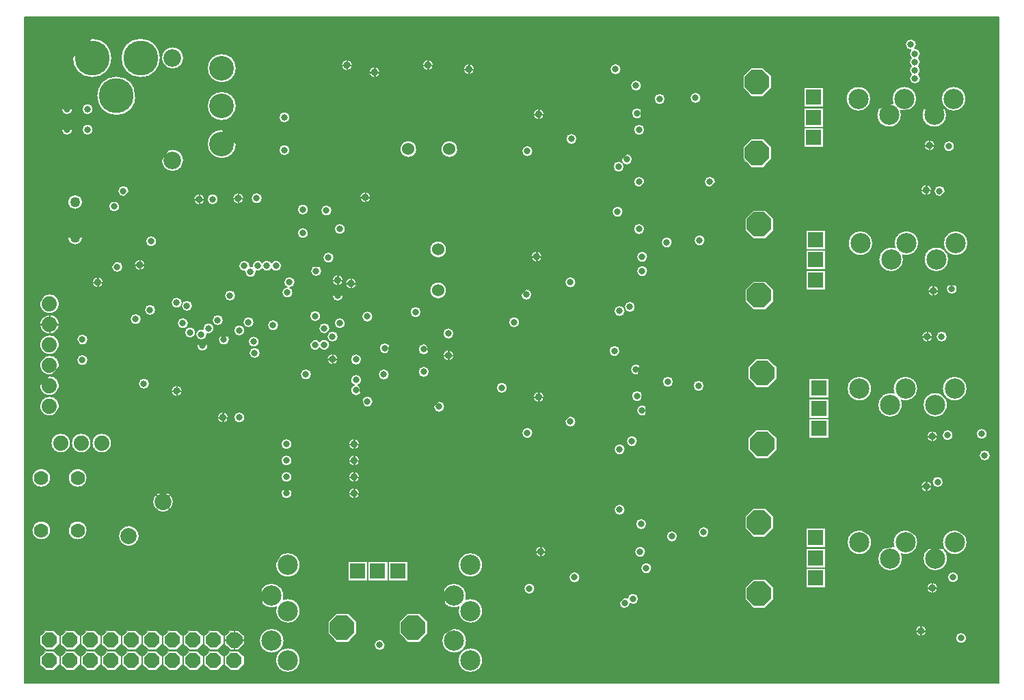
<source format=gbr>
%FSLAX24Y24*%
%MOIN*%
G04 EasyPC Gerber Version 16.0.4 Build 3240 *
%AMT11*0 Octagon Pad at angle 0*4,1,8,-0.01533,-0.03700,0.01533,-0.03700,0.03700,-0.01533,0.03700,0.01533,0.01533,0.03700,-0.01533,0.03700,-0.03700,0.01533,-0.03700,-0.01533,-0.01533,-0.03700,0*%
%ADD11T11*%
%AMT70*0 Octagon Pad at angle 0*4,1,8,-0.02446,-0.05906,0.02446,-0.05906,0.05906,-0.02446,0.05906,0.02446,0.02446,0.05906,-0.02446,0.05906,-0.05906,0.02446,-0.05906,-0.02446,-0.02446,-0.05906,0*%
%ADD70T70*%
%ADD19R,0.07400X0.07400*%
%ADD79C,0.00100*%
%ADD78C,0.00500*%
%ADD20C,0.03200*%
%ADD17C,0.05000*%
%ADD13C,0.06000*%
%ADD12C,0.07000*%
%ADD10C,0.07400*%
%ADD71C,0.07874*%
%ADD16C,0.08600*%
%ADD18C,0.09843*%
%ADD15C,0.12000*%
%ADD14C,0.17000*%
X0Y0D02*
D02*
D10*
X2830Y13783D03*
Y14783D03*
Y15783D03*
Y16783D03*
Y17783D03*
Y18783D03*
X3380Y11983D03*
X4380D03*
X5380D03*
D02*
D11*
X2830Y1383D03*
Y2383D03*
X3830Y1383D03*
Y2383D03*
X4830Y1383D03*
Y2383D03*
X5830Y1383D03*
Y2383D03*
X6830Y1383D03*
Y2383D03*
X7830Y1383D03*
Y2383D03*
X8830Y1383D03*
Y2383D03*
X9830Y1383D03*
Y2383D03*
X10830Y1383D03*
Y2383D03*
X11830Y1383D03*
Y2383D03*
D02*
D12*
X2430Y7723D03*
Y10282D03*
X4202Y7723D03*
Y10282D03*
D02*
D13*
X20330Y26333D03*
X21780Y19433D03*
Y21433D03*
X22330Y26333D03*
D02*
D14*
X4911Y30783D03*
X6093Y28933D03*
X7274Y30783D03*
D02*
D15*
X11230Y26583D03*
Y28433D03*
Y30283D03*
D02*
D16*
X8830Y25783D03*
Y30783D03*
D02*
D17*
X4080Y22017D03*
Y23749D03*
D02*
D18*
X13664Y2333D03*
Y4538D03*
X14452Y1388D03*
Y3790D03*
Y6034D03*
X22564Y2333D03*
Y4538D03*
X23352Y1388D03*
Y3790D03*
Y6034D03*
X42273Y28789D03*
X42323Y7139D03*
Y14639D03*
X42373Y21739D03*
X43769Y28002D03*
X43819Y6352D03*
Y13852D03*
X43869Y20952D03*
X44517Y28789D03*
X44567Y7139D03*
Y14639D03*
X44617Y21739D03*
X45974Y28002D03*
X46024Y6352D03*
Y13852D03*
X46074Y20952D03*
X46919Y28789D03*
X46969Y7139D03*
Y14639D03*
X47019Y21739D03*
D02*
D19*
X17846Y5739D03*
X18830D03*
X19814D03*
X40086Y26899D03*
Y27883D03*
Y28868D03*
X40186Y5399D03*
Y6383D03*
Y7368D03*
Y19949D03*
Y20933D03*
Y21918D03*
X40336Y12699D03*
Y13683D03*
Y14668D03*
D02*
D70*
X17098Y2983D03*
X20562D03*
X37330Y26151D03*
Y29616D03*
X37430Y4651D03*
Y8116D03*
Y19201D03*
Y22666D03*
X37580Y11951D03*
Y15416D03*
D02*
D71*
X6695Y7448D03*
X8365Y9118D03*
D02*
D20*
X3680Y27283D03*
Y28283D03*
X4430Y16033D03*
Y17033D03*
X4680Y27283D03*
Y28283D03*
X5180Y19833D03*
X5980Y23533D03*
X6130Y20583D03*
X6430Y24283D03*
X7030Y18033D03*
X7230Y20683D03*
X7430Y14883D03*
X7730Y18483D03*
X7780Y21833D03*
X9030Y14533D03*
Y18833D03*
X9330Y17833D03*
X9530Y18683D03*
X9680Y17383D03*
X10130Y23883D03*
X10230Y17283D03*
X10280Y16733D03*
X10580Y17583D03*
X10780Y23883D03*
X11030Y17983D03*
X11280Y13233D03*
X11330Y17033D03*
X11630Y19183D03*
X12030Y23933D03*
X12080Y13233D03*
Y17483D03*
X12330Y20633D03*
X12530Y17883D03*
X12630Y20333D03*
X12780Y16933D03*
X12830Y16383D03*
X12930Y23933D03*
X12980Y20633D03*
X13430D03*
X13730Y17733D03*
X13880Y20633D03*
X14280Y26283D03*
Y27883D03*
X14380Y9533D03*
Y10333D03*
Y11133D03*
Y11933D03*
X14430Y19333D03*
X14530Y19833D03*
X15180Y22233D03*
Y23383D03*
X15330Y15333D03*
X15780Y16783D03*
Y18183D03*
X15830Y20383D03*
X16230Y16783D03*
Y17583D03*
X16330Y23333D03*
X16430Y21033D03*
X16630Y16083D03*
Y17183D03*
X16880Y19183D03*
Y19933D03*
X16980Y17833D03*
Y22433D03*
X17330Y30433D03*
X17530Y19779D03*
X17680Y9533D03*
Y10333D03*
Y11133D03*
Y11933D03*
X17780Y14563D03*
Y15063D03*
Y16063D03*
X18230Y23983D03*
X18330Y14013D03*
Y18163D03*
X18680Y30083D03*
X18930Y2133D03*
X19130Y15333D03*
X19180Y16613D03*
X20680Y18383D03*
X21080Y15463D03*
Y16563D03*
X21280Y30433D03*
X21830Y13763D03*
X22280Y16263D03*
Y17333D03*
X23280Y30233D03*
X24880Y14683D03*
X25480Y17883D03*
X26080Y19233D03*
X26130Y12483D03*
Y26233D03*
X26230Y4883D03*
X26580Y21083D03*
X26680Y14233D03*
Y28033D03*
X26780Y6683D03*
X28230Y13033D03*
Y19833D03*
X28280Y26829D03*
X28430Y5433D03*
X30380Y16483D03*
X30430Y30233D03*
X30530Y23283D03*
X30580Y25479D03*
X30626Y18433D03*
X30630Y8733D03*
Y11683D03*
X30880Y4183D03*
X30980Y25833D03*
X31130Y18633D03*
X31230Y12083D03*
X31280Y4383D03*
X31430Y15583D03*
Y29433D03*
X31480Y14283D03*
Y28083D03*
X31580Y22433D03*
Y24733D03*
Y27283D03*
X31630Y6683D03*
X31680Y8033D03*
X31730Y13583D03*
Y20383D03*
Y21083D03*
X31930Y5883D03*
X32580Y28783D03*
X32930Y21783D03*
X32980Y14983D03*
X33180Y7433D03*
X34330Y28833D03*
X34480Y14783D03*
X34530Y21883D03*
X34730Y7633D03*
X35030Y24733D03*
X44830Y31433D03*
X45030Y29783D03*
Y30183D03*
Y30583D03*
Y30983D03*
X45324Y2818D03*
X45580Y24333D03*
X45591Y9870D03*
X45630Y17183D03*
X45739Y26518D03*
X45874Y4918D03*
Y12318D03*
X45924Y19418D03*
X46135Y10088D03*
X46230Y24283D03*
X46330Y17183D03*
X46624Y12368D03*
X46689Y26468D03*
X46824Y19517D03*
X46880Y5433D03*
X47274Y2468D03*
X48280Y12433D03*
X48430Y11383D03*
D02*
D78*
X1630Y283D02*
X49130D01*
Y32783*
X1630*
Y283*
D02*
D79*
X49130D01*
Y32783*
X1630*
Y283*
X2430Y8173D02*
G75*
G02Y7273J-450D01*
G01*
G75*
G02Y8173J450*
G01*
Y10732D02*
G75*
G02Y9832J-450D01*
G01*
G75*
G02Y10732J450*
G01*
X2461Y17758D02*
G75*
G03X2805Y17414I369J25D01*
G01*
Y17314*
G75*
G02X2361Y17758I25J469*
G01*
X2461*
X2805Y18152D02*
G75*
G03X2461Y17808I25J-369D01*
G01*
X2361*
G75*
G02X2805Y18253I469J-25*
G01*
Y18152*
X2830Y14253D02*
G75*
G02Y13313J-470D01*
G01*
G75*
G02Y14253J470*
G01*
Y15253D02*
G75*
G02Y14313J-470D01*
G01*
G75*
G02Y15253J470*
G01*
Y16253D02*
G75*
G02Y15313J-470D01*
G01*
G75*
G02Y16253J470*
G01*
Y17253D02*
G75*
G02Y16313J-470D01*
G01*
G75*
G02Y17253J470*
G01*
Y19253D02*
G75*
G02Y18313J-470D01*
G01*
G75*
G02Y19253J470*
G01*
X2855Y17414D02*
G75*
G03X3199Y17758I-25J369D01*
G01*
X3299*
G75*
G02X2855Y17314I-469J25*
G01*
Y17414*
X3025Y1853D02*
X3300Y1578D01*
Y1189*
X3025Y913*
X2635*
X2360Y1189*
Y1578*
X2635Y1853*
X3025*
Y2853D02*
X3300Y2578D01*
Y2189*
X3025Y1913*
X2635*
X2360Y2189*
Y2578*
X2635Y2853*
X3025*
X3199Y17808D02*
G75*
G03X2855Y18152I-369J-25D01*
G01*
Y18253*
G75*
G02X3299Y17808I-25J-469*
G01*
X3199*
X3420Y27283D02*
G75*
G02X3940I260D01*
G01*
G75*
G02X3420I-260*
G01*
Y28283D02*
G75*
G02X3940I260D01*
G01*
G75*
G02X3420I-260*
G01*
X3730Y22017D02*
G75*
G02X4430I350D01*
G01*
G75*
G02X3730I-350*
G01*
Y23749D02*
G75*
G02X4430I350D01*
G01*
G75*
G02X3730I-350*
G01*
X3850Y11983D02*
G75*
G02X2910I-470D01*
G01*
G75*
G02X3850I470*
G01*
X4025Y1853D02*
X4300Y1578D01*
Y1189*
X4025Y913*
X3635*
X3360Y1189*
Y1578*
X3635Y1853*
X4025*
Y2853D02*
X4300Y2578D01*
Y2189*
X4025Y1913*
X3635*
X3360Y2189*
Y2578*
X3635Y2853*
X4025*
X4170Y16033D02*
G75*
G02X4690I260D01*
G01*
G75*
G02X4170I-260*
G01*
Y17033D02*
G75*
G02X4690I260D01*
G01*
G75*
G02X4170I-260*
G01*
X4202Y8173D02*
G75*
G02Y7273J-450D01*
G01*
G75*
G02Y8173J450*
G01*
Y10732D02*
G75*
G02Y9832J-450D01*
G01*
G75*
G02Y10732J450*
G01*
X4420Y27283D02*
G75*
G02X4940I260D01*
G01*
G75*
G02X4420I-260*
G01*
Y28283D02*
G75*
G02X4940I260D01*
G01*
G75*
G02X4420I-260*
G01*
X4850Y11983D02*
G75*
G02X3910I-470D01*
G01*
G75*
G02X4850I470*
G01*
X4911Y31733D02*
G75*
G02Y29833J-950D01*
G01*
G75*
G02Y31733J950*
G01*
X5022Y19808D02*
G75*
G03X5155Y19675I158J25D01*
G01*
Y19574*
G75*
G02X4921Y19808I25J259*
G01*
X5022*
X5025Y1853D02*
X5300Y1578D01*
Y1189*
X5025Y913*
X4635*
X4360Y1189*
Y1578*
X4635Y1853*
X5025*
Y2853D02*
X5300Y2578D01*
Y2189*
X5025Y1913*
X4635*
X4360Y2189*
Y2578*
X4635Y2853*
X5025*
X5155Y19991D02*
G75*
G03X5022Y19858I25J-158D01*
G01*
X4921*
G75*
G02X5155Y20092I259J-25*
G01*
Y19991*
X5205Y19675D02*
G75*
G03X5338Y19808I-25J158D01*
G01*
X5439*
G75*
G02X5205Y19574I-259J25*
G01*
Y19675*
X5338Y19858D02*
G75*
G03X5205Y19991I-158J-25D01*
G01*
Y20092*
G75*
G02X5439Y19858I-25J-259*
G01*
X5338*
X5720Y23533D02*
G75*
G02X6240I260D01*
G01*
G75*
G02X5720I-260*
G01*
X5850Y11983D02*
G75*
G02X4910I-470D01*
G01*
G75*
G02X5850I470*
G01*
X5870Y20583D02*
G75*
G02X6390I260D01*
G01*
G75*
G02X5870I-260*
G01*
X6025Y1853D02*
X6300Y1578D01*
Y1189*
X6025Y913*
X5635*
X5360Y1189*
Y1578*
X5635Y1853*
X6025*
Y2853D02*
X6300Y2578D01*
Y2189*
X6025Y1913*
X5635*
X5360Y2189*
Y2578*
X5635Y2853*
X6025*
X6093Y29883D02*
G75*
G02Y27983J-950D01*
G01*
G75*
G02Y29883J950*
G01*
X6170Y24283D02*
G75*
G02X6690I260D01*
G01*
G75*
G02X6170I-260*
G01*
X6346Y7797D02*
G75*
G02X7044Y7099I349J-349D01*
G01*
G75*
G02X6346Y7797I-349J349*
G01*
X6770Y18033D02*
G75*
G02X7290I260D01*
G01*
G75*
G02X6770I-260*
G01*
X7025Y1853D02*
X7300Y1578D01*
Y1189*
X7025Y913*
X6635*
X6360Y1189*
Y1578*
X6635Y1853*
X7025*
Y2853D02*
X7300Y2578D01*
Y2189*
X7025Y1913*
X6635*
X6360Y2189*
Y2578*
X6635Y2853*
X7025*
X7072Y20658D02*
G75*
G03X7205Y20525I158J25D01*
G01*
Y20424*
G75*
G02X6971Y20658I25J259*
G01*
X7072*
X7170Y14883D02*
G75*
G02X7690I260D01*
G01*
G75*
G02X7170I-260*
G01*
X7205Y20841D02*
G75*
G03X7072Y20708I25J-158D01*
G01*
X6971*
G75*
G02X7205Y20942I259J-25*
G01*
Y20841*
X7255Y20525D02*
G75*
G03X7388Y20658I-25J158D01*
G01*
X7489*
G75*
G02X7255Y20424I-259J25*
G01*
Y20525*
X7274Y31733D02*
G75*
G02Y29833J-950D01*
G01*
G75*
G02Y31733J950*
G01*
X7388Y20708D02*
G75*
G03X7255Y20841I-158J-25D01*
G01*
Y20942*
G75*
G02X7489Y20708I-25J-259*
G01*
X7388*
X7470Y18483D02*
G75*
G02X7990I260D01*
G01*
G75*
G02X7470I-260*
G01*
X7520Y21833D02*
G75*
G02X8040I260D01*
G01*
G75*
G02X7520I-260*
G01*
X8025Y1853D02*
X8300Y1578D01*
Y1189*
X8025Y913*
X7635*
X7360Y1189*
Y1578*
X7635Y1853*
X8025*
Y2853D02*
X8300Y2578D01*
Y2189*
X8025Y1913*
X7635*
X7360Y2189*
Y2578*
X7635Y2853*
X8025*
X8070Y9379D02*
G75*
G03Y8858I296J-260D01*
G01*
X7999Y8787*
G75*
G02Y9449I366J331*
G01*
X8070Y9379*
X8105Y8823D02*
G75*
G03X8625I260J296D01*
G01*
X8696Y8752*
G75*
G02X8034I-331J366*
G01*
X8105Y8823*
X8625Y9414D02*
G75*
G03X8105I-260J-296D01*
G01*
X8034Y9485*
G75*
G02X8696I331J-366*
G01*
X8625Y9414*
X8661Y8858D02*
G75*
G03Y9379I-296J260D01*
G01*
X8731Y9449*
G75*
G02Y8787I-366J-331*
G01*
X8661Y8858*
X8770Y18833D02*
G75*
G02X9290I260D01*
G01*
G75*
G02X8770I-260*
G01*
X8830Y26313D02*
G75*
G02Y25253J-530D01*
G01*
G75*
G02Y26313J530*
G01*
Y31313D02*
G75*
G02Y30253J-530D01*
G01*
G75*
G02Y31313J530*
G01*
X8872Y14508D02*
G75*
G03X9005Y14375I158J25D01*
G01*
Y14274*
G75*
G02X8771Y14508I25J259*
G01*
X8872*
X9005Y14691D02*
G75*
G03X8872Y14558I25J-158D01*
G01*
X8771*
G75*
G02X9005Y14792I259J-25*
G01*
Y14691*
X9025Y1853D02*
X9300Y1578D01*
Y1189*
X9025Y913*
X8635*
X8360Y1189*
Y1578*
X8635Y1853*
X9025*
Y2853D02*
X9300Y2578D01*
Y2189*
X9025Y1913*
X8635*
X8360Y2189*
Y2578*
X8635Y2853*
X9025*
X9055Y14375D02*
G75*
G03X9188Y14508I-25J158D01*
G01*
X9289*
G75*
G02X9055Y14274I-259J25*
G01*
Y14375*
X9070Y17833D02*
G75*
G02X9590I260D01*
G01*
G75*
G02X9070I-260*
G01*
X9188Y14558D02*
G75*
G03X9055Y14691I-158J-25D01*
G01*
Y14792*
G75*
G02X9289Y14558I-25J-259*
G01*
X9188*
X9270Y18683D02*
G75*
G02X9790I260D01*
G01*
G75*
G02X9270I-260*
G01*
X9420Y17383D02*
G75*
G02X9940I260D01*
G01*
G75*
G02X9420I-260*
G01*
X9972Y23858D02*
G75*
G03X10105Y23725I158J25D01*
G01*
Y23624*
G75*
G02X9871Y23858I25J259*
G01*
X9972*
X10020Y16733D02*
G75*
G02X10540I260D01*
G01*
G75*
G02X10020I-260*
G01*
X10025Y1853D02*
X10300Y1578D01*
Y1189*
X10025Y913*
X9635*
X9360Y1189*
Y1578*
X9635Y1853*
X10025*
Y2853D02*
X10300Y2578D01*
Y2189*
X10025Y1913*
X9635*
X9360Y2189*
Y2578*
X9635Y2853*
X10025*
X10105Y24041D02*
G75*
G03X9972Y23908I25J-158D01*
G01*
X9871*
G75*
G02X10105Y24142I259J-25*
G01*
Y24041*
X10155Y23725D02*
G75*
G03X10288Y23858I-25J158D01*
G01*
X10389*
G75*
G02X10155Y23624I-259J25*
G01*
Y23725*
X10288Y23908D02*
G75*
G03X10155Y24041I-158J-25D01*
G01*
Y24142*
G75*
G02X10389Y23908I-25J-259*
G01*
X10288*
X10327Y17525D02*
G75*
G02X10320Y17583I253J59D01*
G01*
G75*
G02X10840I260*
G01*
G75*
G02X10483Y17342I-260*
G01*
G75*
G02X10490Y17283I-253J-59*
G01*
G75*
G02X9970I-260*
G01*
G75*
G02X10327Y17525I260*
G01*
X10520Y23883D02*
G75*
G02X11040I260D01*
G01*
G75*
G02X10520I-260*
G01*
X10530Y26583D02*
G75*
G02X11930I700D01*
G01*
G75*
G02X10530I-700*
G01*
Y28433D02*
G75*
G02X11930I700D01*
G01*
G75*
G02X10530I-700*
G01*
Y30283D02*
G75*
G02X11930I700D01*
G01*
G75*
G02X10530I-700*
G01*
X10770Y17983D02*
G75*
G02X11290I260D01*
G01*
G75*
G02X10770I-260*
G01*
X11025Y1853D02*
X11300Y1578D01*
Y1189*
X11025Y913*
X10635*
X10360Y1189*
Y1578*
X10635Y1853*
X11025*
Y2853D02*
X11300Y2578D01*
Y2189*
X11025Y1913*
X10635*
X10360Y2189*
Y2578*
X10635Y2853*
X11025*
X11070Y17033D02*
G75*
G02X11590I260D01*
G01*
G75*
G02X11070I-260*
G01*
X11122Y13208D02*
G75*
G03X11255Y13075I158J25D01*
G01*
Y12974*
G75*
G02X11021Y13208I25J259*
G01*
X11122*
X11255Y13391D02*
G75*
G03X11122Y13258I25J-158D01*
G01*
X11021*
G75*
G02X11255Y13492I259J-25*
G01*
Y13391*
X11305Y13075D02*
G75*
G03X11438Y13208I-25J158D01*
G01*
X11539*
G75*
G02X11305Y12974I-259J25*
G01*
Y13075*
X11370Y19183D02*
G75*
G02X11890I260D01*
G01*
G75*
G02X11370I-260*
G01*
X11438Y13258D02*
G75*
G03X11305Y13391I-158J-25D01*
G01*
Y13492*
G75*
G02X11539Y13258I-25J-259*
G01*
X11438*
X11460Y2358D02*
Y2230D01*
X11677Y2013*
X11805*
Y1913*
X11635*
X11360Y2189*
Y2358*
X11460*
X11805Y2753D02*
X11677D01*
X11460Y2537*
Y2408*
X11360*
Y2578*
X11635Y2853*
X11805*
Y2753*
X11820Y13233D02*
G75*
G02X12340I260D01*
G01*
G75*
G02X11820I-260*
G01*
Y17483D02*
G75*
G02X12340I260D01*
G01*
G75*
G02X11820I-260*
G01*
X11855Y2013D02*
X11983D01*
X12200Y2230*
Y2358*
X12300*
Y2189*
X12025Y1913*
X11855*
Y2013*
X11872Y23908D02*
G75*
G03X12005Y23775I158J25D01*
G01*
Y23674*
G75*
G02X11771Y23908I25J259*
G01*
X11872*
X12005Y24091D02*
G75*
G03X11872Y23958I25J-158D01*
G01*
X11771*
G75*
G02X12005Y24192I259J-25*
G01*
Y24091*
X12025Y1853D02*
X12300Y1578D01*
Y1189*
X12025Y913*
X11635*
X11360Y1189*
Y1578*
X11635Y1853*
X12025*
X12055Y23775D02*
G75*
G03X12188Y23908I-25J158D01*
G01*
X12289*
G75*
G02X12055Y23674I-259J25*
G01*
Y23775*
X12188Y23958D02*
G75*
G03X12055Y24091I-158J-25D01*
G01*
Y24192*
G75*
G02X12289Y23958I-25J-259*
G01*
X12188*
X12200Y2408D02*
Y2537D01*
X11983Y2753*
X11855*
Y2853*
X12025*
X12300Y2578*
Y2408*
X12200*
X12270Y17883D02*
G75*
G02X12790I260D01*
G01*
G75*
G02X12270I-260*
G01*
X12374Y20377D02*
G75*
G02X12070Y20633I-44J256D01*
G01*
G75*
G02X12590I260*
G01*
G75*
G02X12586Y20590I-260*
G01*
G75*
G02X12727Y20575I44J-256*
G01*
G75*
G02X12720Y20633I253J59*
G01*
G75*
G02X13205Y20764I260*
G01*
G75*
G02X13655I225J-130*
G01*
G75*
G02X14140Y20633I225J-130*
G01*
G75*
G02X13655Y20503I-260*
G01*
G75*
G02X13205I-225J130*
G01*
G75*
G02X12883Y20392I-225J130*
G01*
G75*
G02X12890Y20333I-253J-59*
G01*
G75*
G02X12370I-260*
G01*
G75*
G02X12374Y20377I260*
G01*
X12520Y16933D02*
G75*
G02X13040I260D01*
G01*
G75*
G02X12520I-260*
G01*
X12570Y16383D02*
G75*
G02X13090I260D01*
G01*
G75*
G02X12570I-260*
G01*
X12670Y23933D02*
G75*
G02X13190I260D01*
G01*
G75*
G02X12670I-260*
G01*
X13470Y17733D02*
G75*
G02X13990I260D01*
G01*
G75*
G02X13470I-260*
G01*
X13664Y2925D02*
G75*
G02Y1741J-592D01*
G01*
G75*
G02Y2925J592*
G01*
X13895Y3993D02*
G75*
G02X13664Y3946I-231J545D01*
G01*
G75*
G02Y5130J592*
G01*
G75*
G02X14221Y4335J-592*
G01*
G75*
G02X14452Y4382I231J-545*
G01*
G75*
G02Y3198J-592*
G01*
G75*
G02X13895Y3993J592*
G01*
X14020Y26283D02*
G75*
G02X14540I260D01*
G01*
G75*
G02X14020I-260*
G01*
Y27883D02*
G75*
G02X14540I260D01*
G01*
G75*
G02X14020I-260*
G01*
X14120Y9533D02*
G75*
G02X14640I260D01*
G01*
G75*
G02X14120I-260*
G01*
Y10333D02*
G75*
G02X14640I260D01*
G01*
G75*
G02X14120I-260*
G01*
Y11133D02*
G75*
G02X14640I260D01*
G01*
G75*
G02X14120I-260*
G01*
Y11933D02*
G75*
G02X14640I260D01*
G01*
G75*
G02X14120I-260*
G01*
X14430Y19593D02*
G75*
G02X14270Y19833I100J240D01*
G01*
G75*
G02X14790I260*
G01*
G75*
G02X14530Y19573I-260*
G01*
G75*
G02X14690Y19333I-100J-240*
G01*
G75*
G02X14170I-260*
G01*
G75*
G02X14430Y19593I260*
G01*
X14452Y1981D02*
G75*
G02Y796J-592D01*
G01*
G75*
G02Y1981J592*
G01*
Y6626D02*
G75*
G02Y5442J-592D01*
G01*
G75*
G02Y6626J592*
G01*
X14920Y22233D02*
G75*
G02X15440I260D01*
G01*
G75*
G02X14920I-260*
G01*
Y23383D02*
G75*
G02X15440I260D01*
G01*
G75*
G02X14920I-260*
G01*
X15070Y15333D02*
G75*
G02X15590I260D01*
G01*
G75*
G02X15070I-260*
G01*
X15520Y18183D02*
G75*
G02X16040I260D01*
G01*
G75*
G02X15520I-260*
G01*
X15570Y20383D02*
G75*
G02X16090I260D01*
G01*
G75*
G02X15570I-260*
G01*
X15970Y17583D02*
G75*
G02X16490I260D01*
G01*
G75*
G02X15970I-260*
G01*
X16005Y16653D02*
G75*
G02X15520Y16783I-225J130D01*
G01*
G75*
G02X16005Y16914I260*
G01*
G75*
G02X16490Y16783I225J-130*
G01*
G75*
G02X16005Y16653I-260*
G01*
X16070Y23333D02*
G75*
G02X16590I260D01*
G01*
G75*
G02X16070I-260*
G01*
X16170Y21033D02*
G75*
G02X16690I260D01*
G01*
G75*
G02X16170I-260*
G01*
X16370Y17183D02*
G75*
G02X16890I260D01*
G01*
G75*
G02X16370I-260*
G01*
X16472Y16058D02*
G75*
G03X16605Y15925I158J25D01*
G01*
Y15824*
G75*
G02X16371Y16058I25J259*
G01*
X16472*
X16605Y16241D02*
G75*
G03X16472Y16108I25J-158D01*
G01*
X16371*
G75*
G02X16605Y16342I259J-25*
G01*
Y16241*
X16620Y19183D02*
G75*
G02X17140I260D01*
G01*
G75*
G02X16620I-260*
G01*
X16655Y15925D02*
G75*
G03X16788Y16058I-25J158D01*
G01*
X16889*
G75*
G02X16655Y15824I-259J25*
G01*
Y15925*
X16720Y17833D02*
G75*
G02X17240I260D01*
G01*
G75*
G02X16720I-260*
G01*
Y22433D02*
G75*
G02X17240I260D01*
G01*
G75*
G02X16720I-260*
G01*
X16722Y19908D02*
G75*
G03X16855Y19775I158J25D01*
G01*
Y19674*
G75*
G02X16621Y19908I25J259*
G01*
X16722*
X16788Y16108D02*
G75*
G03X16655Y16241I-158J-25D01*
G01*
Y16342*
G75*
G02X16889Y16108I-25J-259*
G01*
X16788*
X16855Y20091D02*
G75*
G03X16722Y19958I25J-158D01*
G01*
X16621*
G75*
G02X16855Y20192I259J-25*
G01*
Y20091*
X16905Y19775D02*
G75*
G03X17038Y19908I-25J158D01*
G01*
X17139*
G75*
G02X16905Y19674I-259J25*
G01*
Y19775*
X17038Y19958D02*
G75*
G03X16905Y20091I-158J-25D01*
G01*
Y20192*
G75*
G02X17139Y19958I-25J-259*
G01*
X17038*
X17172Y30408D02*
G75*
G03X17305Y30275I158J25D01*
G01*
Y30174*
G75*
G02X17071Y30408I25J259*
G01*
X17172*
X17305Y30591D02*
G75*
G03X17172Y30458I25J-158D01*
G01*
X17071*
G75*
G02X17305Y30692I259J-25*
G01*
Y30591*
X17355Y30275D02*
G75*
G03X17488Y30408I-25J158D01*
G01*
X17589*
G75*
G02X17355Y30174I-259J25*
G01*
Y30275*
X17372Y19754D02*
G75*
G03X17505Y19621I158J25D01*
G01*
Y19520*
G75*
G02X17271Y19754I25J259*
G01*
X17372*
X17488Y30458D02*
G75*
G03X17355Y30591I-158J-25D01*
G01*
Y30692*
G75*
G02X17589Y30458I-25J-259*
G01*
X17488*
X17505Y19937D02*
G75*
G03X17372Y19804I25J-158D01*
G01*
X17271*
G75*
G02X17505Y20038I259J-25*
G01*
Y19937*
X17522Y9508D02*
G75*
G03X17655Y9375I158J25D01*
G01*
Y9274*
G75*
G02X17421Y9508I25J259*
G01*
X17522*
Y10308D02*
G75*
G03X17655Y10175I158J25D01*
G01*
Y10074*
G75*
G02X17421Y10308I25J259*
G01*
X17522*
Y11108D02*
G75*
G03X17655Y10975I158J25D01*
G01*
Y10874*
G75*
G02X17421Y11108I25J259*
G01*
X17522*
Y11908D02*
G75*
G03X17655Y11775I158J25D01*
G01*
Y11674*
G75*
G02X17421Y11908I25J259*
G01*
X17522*
X17555Y19621D02*
G75*
G03X17688Y19754I-25J158D01*
G01*
X17789*
G75*
G02X17555Y19520I-259J25*
G01*
Y19621*
X17655Y9691D02*
G75*
G03X17522Y9558I25J-158D01*
G01*
X17421*
G75*
G02X17655Y9792I259J-25*
G01*
Y9691*
Y10491D02*
G75*
G03X17522Y10358I25J-158D01*
G01*
X17421*
G75*
G02X17655Y10592I259J-25*
G01*
Y10491*
Y11291D02*
G75*
G03X17522Y11158I25J-158D01*
G01*
X17421*
G75*
G02X17655Y11392I259J-25*
G01*
Y11291*
Y12091D02*
G75*
G03X17522Y11958I25J-158D01*
G01*
X17421*
G75*
G02X17655Y12192I259J-25*
G01*
Y12091*
X17688Y19804D02*
G75*
G03X17555Y19937I-158J-25D01*
G01*
Y20038*
G75*
G02X17789Y19804I-25J-259*
G01*
X17688*
X17705Y9375D02*
G75*
G03X17838Y9508I-25J158D01*
G01*
X17939*
G75*
G02X17705Y9274I-259J25*
G01*
Y9375*
Y10175D02*
G75*
G03X17838Y10308I-25J158D01*
G01*
X17939*
G75*
G02X17705Y10074I-259J25*
G01*
Y10175*
Y10975D02*
G75*
G03X17838Y11108I-25J158D01*
G01*
X17939*
G75*
G02X17705Y10874I-259J25*
G01*
Y10975*
Y11775D02*
G75*
G03X17838Y11908I-25J158D01*
G01*
X17939*
G75*
G02X17705Y11674I-259J25*
G01*
Y11775*
X17709Y14813D02*
G75*
G02X17780Y15323I71J250D01*
G01*
G75*
G02X17851Y14813J-260*
G01*
G75*
G02X17780Y14303I-71J-250*
G01*
G75*
G02X17709Y14813J260*
G01*
X17780Y16323D02*
G75*
G02Y15803J-260D01*
G01*
G75*
G02Y16323J260*
G01*
X17788Y2697D02*
X17384Y2293D01*
X16812*
X16407Y2697*
Y3269*
X16812Y3674*
X17384*
X17788Y3269*
Y2697*
X17838Y9558D02*
G75*
G03X17705Y9691I-158J-25D01*
G01*
Y9792*
G75*
G02X17939Y9558I-25J-259*
G01*
X17838*
Y10358D02*
G75*
G03X17705Y10491I-158J-25D01*
G01*
Y10592*
G75*
G02X17939Y10358I-25J-259*
G01*
X17838*
Y11158D02*
G75*
G03X17705Y11291I-158J-25D01*
G01*
Y11392*
G75*
G02X17939Y11158I-25J-259*
G01*
X17838*
Y11958D02*
G75*
G03X17705Y12091I-158J-25D01*
G01*
Y12192*
G75*
G02X17939Y11958I-25J-259*
G01*
X17838*
X18072Y23958D02*
G75*
G03X18205Y23825I158J25D01*
G01*
Y23724*
G75*
G02X17971Y23958I25J259*
G01*
X18072*
X18205Y24141D02*
G75*
G03X18072Y24008I25J-158D01*
G01*
X17971*
G75*
G02X18205Y24242I259J-25*
G01*
Y24141*
X18255Y23825D02*
G75*
G03X18388Y23958I-25J158D01*
G01*
X18489*
G75*
G02X18255Y23724I-259J25*
G01*
Y23825*
X18316Y5269D02*
X17376D01*
Y6209*
X18316*
Y5269*
X18330Y14273D02*
G75*
G02Y13753J-260D01*
G01*
G75*
G02Y14273J260*
G01*
Y18423D02*
G75*
G02Y17903J-260D01*
G01*
G75*
G02Y18423J260*
G01*
X18388Y24008D02*
G75*
G03X18255Y24141I-158J-25D01*
G01*
Y24242*
G75*
G02X18489Y24008I-25J-259*
G01*
X18388*
X18522Y30058D02*
G75*
G03X18655Y29925I158J25D01*
G01*
Y29824*
G75*
G02X18421Y30058I25J259*
G01*
X18522*
X18655Y30241D02*
G75*
G03X18522Y30108I25J-158D01*
G01*
X18421*
G75*
G02X18655Y30342I259J-25*
G01*
Y30241*
X18705Y29925D02*
G75*
G03X18838Y30058I-25J158D01*
G01*
X18939*
G75*
G02X18705Y29824I-259J25*
G01*
Y29925*
X18838Y30108D02*
G75*
G03X18705Y30241I-158J-25D01*
G01*
Y30342*
G75*
G02X18939Y30108I-25J-259*
G01*
X18838*
X18930Y1873D02*
G75*
G02Y2393J260D01*
G01*
G75*
G02Y1873J-260*
G01*
X19130Y15593D02*
G75*
G02Y15073J-260D01*
G01*
G75*
G02Y15593J260*
G01*
X19180Y16873D02*
G75*
G02Y16353J-260D01*
G01*
G75*
G02Y16873J260*
G01*
X19300Y5269D02*
X18360D01*
Y6209*
X19300*
Y5269*
X20284D02*
X19344D01*
Y6209*
X20284*
Y5269*
X20330Y26733D02*
G75*
G02Y25933J-400D01*
G01*
G75*
G02Y26733J400*
G01*
X20680Y18643D02*
G75*
G02Y18123J-260D01*
G01*
G75*
G02Y18643J260*
G01*
X21080Y15723D02*
G75*
G02Y15203J-260D01*
G01*
G75*
G02Y15723J260*
G01*
Y16823D02*
G75*
G02Y16303J-260D01*
G01*
G75*
G02Y16823J260*
G01*
X21122Y30408D02*
G75*
G03X21255Y30275I158J25D01*
G01*
Y30174*
G75*
G02X21021Y30408I25J259*
G01*
X21122*
X21253Y2697D02*
X20848Y2293D01*
X20276*
X19872Y2697*
Y3269*
X20276Y3674*
X20848*
X21253Y3269*
Y2697*
X21255Y30591D02*
G75*
G03X21122Y30458I25J-158D01*
G01*
X21021*
G75*
G02X21255Y30692I259J-25*
G01*
Y30591*
X21305Y30275D02*
G75*
G03X21438Y30408I-25J158D01*
G01*
X21539*
G75*
G02X21305Y30174I-259J25*
G01*
Y30275*
X21438Y30458D02*
G75*
G03X21305Y30591I-158J-25D01*
G01*
Y30692*
G75*
G02X21539Y30458I-25J-259*
G01*
X21438*
X21830Y14023D02*
G75*
G02Y13503J-260D01*
G01*
G75*
G02Y14023J260*
G01*
X22122Y16238D02*
G75*
G03X22255Y16105I158J25D01*
G01*
Y16004*
G75*
G02X22021Y16238I25J259*
G01*
X22122*
X22180Y19433D02*
G75*
G02X21380I-400D01*
G01*
G75*
G02X22180I400*
G01*
Y21433D02*
G75*
G02X21380I-400D01*
G01*
G75*
G02X22180I400*
G01*
X22255Y16421D02*
G75*
G03X22122Y16288I25J-158D01*
G01*
X22021*
G75*
G02X22255Y16522I259J-25*
G01*
Y16421*
X22280Y17593D02*
G75*
G02Y17073J-260D01*
G01*
G75*
G02Y17593J260*
G01*
X22305Y16105D02*
G75*
G03X22438Y16238I-25J158D01*
G01*
X22539*
G75*
G02X22305Y16004I-259J25*
G01*
Y16105*
X22330Y26733D02*
G75*
G02Y25933J-400D01*
G01*
G75*
G02Y26733J400*
G01*
X22438Y16288D02*
G75*
G03X22305Y16421I-158J-25D01*
G01*
Y16522*
G75*
G02X22539Y16288I-25J-259*
G01*
X22438*
X22564Y2925D02*
G75*
G02Y1741J-592D01*
G01*
G75*
G02Y2925J592*
G01*
X22795Y3993D02*
G75*
G02X22564Y3946I-231J545D01*
G01*
G75*
G02Y5130J592*
G01*
G75*
G02X23121Y4335J-592*
G01*
G75*
G02X23352Y4382I231J-545*
G01*
G75*
G02Y3198J-592*
G01*
G75*
G02X22795Y3993J592*
G01*
X23122Y30208D02*
G75*
G03X23255Y30075I158J25D01*
G01*
Y29974*
G75*
G02X23021Y30208I25J259*
G01*
X23122*
X23255Y30391D02*
G75*
G03X23122Y30258I25J-158D01*
G01*
X23021*
G75*
G02X23255Y30492I259J-25*
G01*
Y30391*
X23305Y30075D02*
G75*
G03X23438Y30208I-25J158D01*
G01*
X23539*
G75*
G02X23305Y29974I-259J25*
G01*
Y30075*
X23352Y1981D02*
G75*
G02Y796J-592D01*
G01*
G75*
G02Y1981J592*
G01*
Y6626D02*
G75*
G02Y5442J-592D01*
G01*
G75*
G02Y6626J592*
G01*
X23438Y30258D02*
G75*
G03X23305Y30391I-158J-25D01*
G01*
Y30492*
G75*
G02X23539Y30258I-25J-259*
G01*
X23438*
X24620Y14683D02*
G75*
G02X25140I260D01*
G01*
G75*
G02X24620I-260*
G01*
X25220Y17883D02*
G75*
G02X25740I260D01*
G01*
G75*
G02X25220I-260*
G01*
X26080Y18973D02*
G75*
G02Y19493J260D01*
G01*
G75*
G02Y18973J-260*
G01*
X26130Y12223D02*
G75*
G02Y12743J260D01*
G01*
G75*
G02Y12223J-260*
G01*
Y25973D02*
G75*
G02Y26493J260D01*
G01*
G75*
G02Y25973J-260*
G01*
X26230Y4623D02*
G75*
G02Y5143J260D01*
G01*
G75*
G02Y4623J-260*
G01*
X26422Y21058D02*
G75*
G03X26555Y20925I158J25D01*
G01*
Y20824*
G75*
G02X26321Y21058I25J259*
G01*
X26422*
X26522Y14208D02*
G75*
G03X26655Y14075I158J25D01*
G01*
Y13974*
G75*
G02X26421Y14208I25J259*
G01*
X26522*
Y28008D02*
G75*
G03X26655Y27875I158J25D01*
G01*
Y27774*
G75*
G02X26421Y28008I25J259*
G01*
X26522*
X26555Y21241D02*
G75*
G03X26422Y21108I25J-158D01*
G01*
X26321*
G75*
G02X26555Y21342I259J-25*
G01*
Y21241*
X26605Y20925D02*
G75*
G03X26738Y21058I-25J158D01*
G01*
X26839*
G75*
G02X26605Y20824I-259J25*
G01*
Y20925*
X26622Y6658D02*
G75*
G03X26755Y6525I158J25D01*
G01*
Y6424*
G75*
G02X26521Y6658I25J259*
G01*
X26622*
X26655Y14391D02*
G75*
G03X26522Y14258I25J-158D01*
G01*
X26421*
G75*
G02X26655Y14492I259J-25*
G01*
Y14391*
Y28191D02*
G75*
G03X26522Y28058I25J-158D01*
G01*
X26421*
G75*
G02X26655Y28292I259J-25*
G01*
Y28191*
X26705Y14075D02*
G75*
G03X26838Y14208I-25J158D01*
G01*
X26939*
G75*
G02X26705Y13974I-259J25*
G01*
Y14075*
Y27875D02*
G75*
G03X26838Y28008I-25J158D01*
G01*
X26939*
G75*
G02X26705Y27774I-259J25*
G01*
Y27875*
X26738Y21108D02*
G75*
G03X26605Y21241I-158J-25D01*
G01*
Y21342*
G75*
G02X26839Y21108I-25J-259*
G01*
X26738*
X26755Y6841D02*
G75*
G03X26622Y6708I25J-158D01*
G01*
X26521*
G75*
G02X26755Y6942I259J-25*
G01*
Y6841*
X26805Y6525D02*
G75*
G03X26938Y6658I-25J158D01*
G01*
X27039*
G75*
G02X26805Y6424I-259J25*
G01*
Y6525*
X26838Y14258D02*
G75*
G03X26705Y14391I-158J-25D01*
G01*
Y14492*
G75*
G02X26939Y14258I-25J-259*
G01*
X26838*
Y28058D02*
G75*
G03X26705Y28191I-158J-25D01*
G01*
Y28292*
G75*
G02X26939Y28058I-25J-259*
G01*
X26838*
X26938Y6708D02*
G75*
G03X26805Y6841I-158J-25D01*
G01*
Y6942*
G75*
G02X27039Y6708I-25J-259*
G01*
X26938*
X28230Y12773D02*
G75*
G02Y13293J260D01*
G01*
G75*
G02Y12773J-260*
G01*
Y19573D02*
G75*
G02Y20093J260D01*
G01*
G75*
G02Y19573J-260*
G01*
X28280Y26569D02*
G75*
G02Y27089J260D01*
G01*
G75*
G02Y26569J-260*
G01*
X28430Y5173D02*
G75*
G02Y5693J260D01*
G01*
G75*
G02Y5173J-260*
G01*
X30380Y16223D02*
G75*
G02Y16743J260D01*
G01*
G75*
G02Y16223J-260*
G01*
X30430Y29973D02*
G75*
G02Y30493J260D01*
G01*
G75*
G02Y29973J-260*
G01*
X30530Y23023D02*
G75*
G02Y23543J260D01*
G01*
G75*
G02Y23023J-260*
G01*
X30580Y25219D02*
G75*
G02Y25739J260D01*
G01*
G75*
G02Y25219J-260*
G01*
X30626Y18173D02*
G75*
G02Y18693J260D01*
G01*
G75*
G02Y18173J-260*
G01*
X30630Y8473D02*
G75*
G02Y8993J260D01*
G01*
G75*
G02Y8473J-260*
G01*
Y11423D02*
G75*
G02Y11943J260D01*
G01*
G75*
G02Y11423J-260*
G01*
X30980Y25573D02*
G75*
G02Y26093J260D01*
G01*
G75*
G02Y25573J-260*
G01*
X31021Y4402D02*
G75*
G02X31280Y4643I259J-19D01*
G01*
G75*
G02Y4123J-260*
G01*
G75*
G02X31139Y4165J260*
G01*
G75*
G02X30880Y3923I-259J19*
G01*
G75*
G02Y4443J260*
G01*
G75*
G02X31021Y4402J-260*
G01*
X31130Y18373D02*
G75*
G02Y18893J260D01*
G01*
G75*
G02Y18373J-260*
G01*
X31230Y11823D02*
G75*
G02Y12343J260D01*
G01*
G75*
G02Y11823J-260*
G01*
X31320Y24733D02*
G75*
G02X31840I260D01*
G01*
G75*
G02X31320I-260*
G01*
X31430Y15323D02*
G75*
G02Y15843J260D01*
G01*
G75*
G02Y15323J-260*
G01*
Y29173D02*
G75*
G02Y29693J260D01*
G01*
G75*
G02Y29173J-260*
G01*
X31480Y14023D02*
G75*
G02Y14543J260D01*
G01*
G75*
G02Y14023J-260*
G01*
Y27823D02*
G75*
G02Y28343J260D01*
G01*
G75*
G02Y27823J-260*
G01*
X31580Y22173D02*
G75*
G02Y22693J260D01*
G01*
G75*
G02Y22173J-260*
G01*
Y27023D02*
G75*
G02Y27543J260D01*
G01*
G75*
G02Y27023J-260*
G01*
X31630Y6423D02*
G75*
G02Y6943J260D01*
G01*
G75*
G02Y6423J-260*
G01*
X31680Y7773D02*
G75*
G02Y8293J260D01*
G01*
G75*
G02Y7773J-260*
G01*
X31730Y13323D02*
G75*
G02Y13843J260D01*
G01*
G75*
G02Y13323J-260*
G01*
Y20123D02*
G75*
G02Y20643J260D01*
G01*
G75*
G02Y20123J-260*
G01*
Y20823D02*
G75*
G02Y21343J260D01*
G01*
G75*
G02Y20823J-260*
G01*
X31930Y5623D02*
G75*
G02Y6143J260D01*
G01*
G75*
G02Y5623J-260*
G01*
X32580Y28523D02*
G75*
G02Y29043J260D01*
G01*
G75*
G02Y28523J-260*
G01*
X32930Y21523D02*
G75*
G02Y22043J260D01*
G01*
G75*
G02Y21523J-260*
G01*
X32980Y14723D02*
G75*
G02Y15243J260D01*
G01*
G75*
G02Y14723J-260*
G01*
X33180Y7173D02*
G75*
G02Y7693J260D01*
G01*
G75*
G02Y7173J-260*
G01*
X34330Y28573D02*
G75*
G02Y29093J260D01*
G01*
G75*
G02Y28573J-260*
G01*
X34480Y14523D02*
G75*
G02Y15043J260D01*
G01*
G75*
G02Y14523J-260*
G01*
X34530Y21623D02*
G75*
G02Y22143J260D01*
G01*
G75*
G02Y21623J-260*
G01*
X34730Y7373D02*
G75*
G02Y7893J260D01*
G01*
G75*
G02Y7373J-260*
G01*
X34770Y24733D02*
G75*
G02X35290I260D01*
G01*
G75*
G02X34770I-260*
G01*
X37044Y25460D02*
X36639Y25865D01*
Y26437*
X37044Y26842*
X37616*
X38021Y26437*
Y25865*
X37616Y25460*
X37044*
Y28925D02*
X36639Y29330D01*
Y29902*
X37044Y30306*
X37616*
X38021Y29902*
Y29330*
X37616Y28925*
X37044*
X37144Y3960D02*
X36739Y4365D01*
Y4937*
X37144Y5342*
X37716*
X38121Y4937*
Y4365*
X37716Y3960*
X37144*
Y7425D02*
X36739Y7830D01*
Y8402*
X37144Y8806*
X37716*
X38121Y8402*
Y7830*
X37716Y7425*
X37144*
Y18510D02*
X36739Y18915D01*
Y19487*
X37144Y19892*
X37716*
X38121Y19487*
Y18915*
X37716Y18510*
X37144*
Y21975D02*
X36739Y22380D01*
Y22952*
X37144Y23356*
X37716*
X38121Y22952*
Y22380*
X37716Y21975*
X37144*
X37294Y11260D02*
X36889Y11665D01*
Y12237*
X37294Y12642*
X37866*
X38271Y12237*
Y11665*
X37866Y11260*
X37294*
Y14725D02*
X36889Y15130D01*
Y15702*
X37294Y16106*
X37866*
X38271Y15702*
Y15130*
X37866Y14725*
X37294*
X39616Y26429D02*
Y27369D01*
X40556*
Y26429*
X39616*
Y27413D02*
Y28353D01*
X40556*
Y27413*
X39616*
Y28398D02*
Y29338D01*
X40556*
Y28398*
X39616*
X39716Y4929D02*
Y5869D01*
X40656*
Y4929*
X39716*
Y5913D02*
Y6853D01*
X40656*
Y5913*
X39716*
Y6898D02*
Y7838D01*
X40656*
Y6898*
X39716*
Y19479D02*
Y20419D01*
X40656*
Y19479*
X39716*
Y20463D02*
Y21403D01*
X40656*
Y20463*
X39716*
Y21448D02*
Y22388D01*
X40656*
Y21448*
X39716*
X39866Y12229D02*
Y13169D01*
X40806*
Y12229*
X39866*
Y13213D02*
Y14153D01*
X40806*
Y13213*
X39866*
Y14198D02*
Y15138D01*
X40806*
Y14198*
X39866*
X41681Y28789D02*
G75*
G02X42865I592D01*
G01*
G75*
G02X41681I-592*
G01*
X41731Y7139D02*
G75*
G02X42915I592D01*
G01*
G75*
G02X41731I-592*
G01*
Y14639D02*
G75*
G02X42915I592D01*
G01*
G75*
G02X41731I-592*
G01*
X41781Y21739D02*
G75*
G02X42965I592D01*
G01*
G75*
G02X41781I-592*
G01*
X43972Y28558D02*
G75*
G02X43925Y28789I545J231D01*
G01*
G75*
G02X45110I592*
G01*
G75*
G02X44315Y28233I-592*
G01*
G75*
G02X44361Y28002I-545J-231*
G01*
G75*
G02X43177I-592*
G01*
G75*
G02X43972Y28558I592*
G01*
X44022Y6908D02*
G75*
G02X43975Y7139I545J231D01*
G01*
G75*
G02X45160I592*
G01*
G75*
G02X44365Y6583I-592*
G01*
G75*
G02X44411Y6352I-545J-231*
G01*
G75*
G02X43227I-592*
G01*
G75*
G02X44022Y6908I592*
G01*
Y14408D02*
G75*
G02X43975Y14639I545J231D01*
G01*
G75*
G02X45160I592*
G01*
G75*
G02X44365Y14083I-592*
G01*
G75*
G02X44411Y13852I-545J-231*
G01*
G75*
G02X43227I-592*
G01*
G75*
G02X44022Y14408I592*
G01*
X44072Y21508D02*
G75*
G02X44025Y21739I545J231D01*
G01*
G75*
G02X45210I592*
G01*
G75*
G02X44415Y21183I-592*
G01*
G75*
G02X44461Y20952I-545J-231*
G01*
G75*
G02X43277I-592*
G01*
G75*
G02X44072Y21508I592*
G01*
X44854Y31174D02*
G75*
G02X44570Y31433I-24J259D01*
G01*
G75*
G02X45090I260*
G01*
G75*
G02X45006Y31242I-260J0*
G01*
G75*
G02X45290Y30983I24J-259*
G01*
G75*
G02X45196Y30783I-260*
G01*
G75*
G02X45290Y30583I-166J-200*
G01*
G75*
G02X45196Y30383I-260*
G01*
G75*
G02X45290Y30183I-166J-200*
G01*
G75*
G02X45196Y29983I-260*
G01*
G75*
G02X45290Y29783I-166J-200*
G01*
G75*
G02X44770I-260*
G01*
G75*
G02X44864Y29983I260*
G01*
G75*
G02X44770Y30183I166J200*
G01*
G75*
G02X44864Y30383I260*
G01*
G75*
G02X44770Y30583I166J200*
G01*
G75*
G02X44864Y30783I260*
G01*
G75*
G02X44770Y30983I166J200*
G01*
G75*
G02X44854Y31174I260J0*
G01*
X45166Y2793D02*
G75*
G03X45299Y2659I158J25D01*
G01*
Y2559*
G75*
G02X45065Y2793I25J259*
G01*
X45166*
X45299Y2976D02*
G75*
G03X45166Y2843I25J-158D01*
G01*
X45065*
G75*
G02X45299Y3076I259J-25*
G01*
Y2976*
X45349Y2659D02*
G75*
G03X45482Y2793I-25J158D01*
G01*
X45583*
G75*
G02X45349Y2559I-259J25*
G01*
Y2659*
X45382Y28002D02*
G75*
G02X46566I592D01*
G01*
G75*
G02X45382I-592*
G01*
X45422Y24308D02*
G75*
G03X45555Y24175I158J25D01*
G01*
Y24074*
G75*
G02X45321Y24308I25J259*
G01*
X45422*
X45432Y6352D02*
G75*
G02X46616I592D01*
G01*
G75*
G02X45432I-592*
G01*
Y13852D02*
G75*
G02X46616I592D01*
G01*
G75*
G02X45432I-592*
G01*
X45433Y9845D02*
G75*
G03X45566Y9712I158J25D01*
G01*
Y9611*
G75*
G02X45332Y9845I25J259*
G01*
X45433*
X45472Y17158D02*
G75*
G03X45605Y17025I158J25D01*
G01*
Y16924*
G75*
G02X45371Y17158I25J259*
G01*
X45472*
X45482Y2843D02*
G75*
G03X45349Y2976I-158J-25D01*
G01*
Y3076*
G75*
G02X45583Y2843I-25J-259*
G01*
X45482*
X45482Y20952D02*
G75*
G02X46666I592D01*
G01*
G75*
G02X45482I-592*
G01*
X45555Y24491D02*
G75*
G03X45422Y24358I25J-158D01*
G01*
X45321*
G75*
G02X45555Y24592I259J-25*
G01*
Y24491*
X45566Y10028D02*
G75*
G03X45433Y9895I25J-158D01*
G01*
X45332*
G75*
G02X45566Y10129I259J-25*
G01*
Y10028*
X45581Y26493D02*
G75*
G03X45714Y26359I158J25D01*
G01*
Y26259*
G75*
G02X45481Y26493I25J259*
G01*
X45581*
X45605Y17341D02*
G75*
G03X45472Y17208I25J-158D01*
G01*
X45371*
G75*
G02X45605Y17442I259J-25*
G01*
Y17341*
Y24175D02*
G75*
G03X45738Y24308I-25J158D01*
G01*
X45839*
G75*
G02X45605Y24074I-259J25*
G01*
Y24175*
X45616Y9712D02*
G75*
G03X45749Y9845I-25J158D01*
G01*
X45850*
G75*
G02X45616Y9611I-259J25*
G01*
Y9712*
X45655Y17025D02*
G75*
G03X45788Y17158I-25J158D01*
G01*
X45889*
G75*
G02X45655Y16924I-259J25*
G01*
Y17025*
X45714Y26676D02*
G75*
G03X45581Y26543I25J-158D01*
G01*
X45481*
G75*
G02X45714Y26776I259J-25*
G01*
Y26676*
X45716Y4893D02*
G75*
G03X45849Y4759I158J25D01*
G01*
Y4659*
G75*
G02X45615Y4893I25J259*
G01*
X45716*
Y12293D02*
G75*
G03X45849Y12159I158J25D01*
G01*
Y12059*
G75*
G02X45615Y12293I25J259*
G01*
X45716*
X45738Y24358D02*
G75*
G03X45605Y24491I-158J-25D01*
G01*
Y24592*
G75*
G02X45839Y24358I-25J-259*
G01*
X45738*
X45749Y9895D02*
G75*
G03X45616Y10028I-158J-25D01*
G01*
Y10129*
G75*
G02X45850Y9895I-25J-259*
G01*
X45749*
X45764Y26359D02*
G75*
G03X45897Y26493I-25J158D01*
G01*
X45998*
G75*
G02X45764Y26259I-259J25*
G01*
Y26359*
X45766Y19393D02*
G75*
G03X45899Y19259I158J25D01*
G01*
Y19159*
G75*
G02X45665Y19393I25J259*
G01*
X45766*
X45788Y17208D02*
G75*
G03X45655Y17341I-158J-25D01*
G01*
Y17442*
G75*
G02X45889Y17208I-25J-259*
G01*
X45788*
X45849Y5076D02*
G75*
G03X45716Y4943I25J-158D01*
G01*
X45615*
G75*
G02X45849Y5176I259J-25*
G01*
Y5076*
Y12476D02*
G75*
G03X45716Y12343I25J-158D01*
G01*
X45615*
G75*
G02X45849Y12576I259J-25*
G01*
Y12476*
X45875Y10088D02*
G75*
G02X46395I260D01*
G01*
G75*
G02X45875I-260*
G01*
X45897Y26543D02*
G75*
G03X45764Y26676I-158J-25D01*
G01*
Y26776*
G75*
G02X45998Y26543I-25J-259*
G01*
X45897*
X45899Y4759D02*
G75*
G03X46032Y4893I-25J158D01*
G01*
X46133*
G75*
G02X45899Y4659I-259J25*
G01*
Y4759*
Y12159D02*
G75*
G03X46032Y12293I-25J158D01*
G01*
X46133*
G75*
G02X45899Y12059I-259J25*
G01*
Y12159*
Y19576D02*
G75*
G03X45766Y19443I25J-158D01*
G01*
X45665*
G75*
G02X45899Y19676I259J-25*
G01*
Y19576*
X45949Y19259D02*
G75*
G03X46082Y19393I-25J158D01*
G01*
X46183*
G75*
G02X45949Y19159I-259J25*
G01*
Y19259*
X45970Y24283D02*
G75*
G02X46490I260D01*
G01*
G75*
G02X45970I-260*
G01*
X46032Y4943D02*
G75*
G03X45899Y5076I-158J-25D01*
G01*
Y5176*
G75*
G02X46133Y4943I-25J-259*
G01*
X46032*
Y12343D02*
G75*
G03X45899Y12476I-158J-25D01*
G01*
Y12576*
G75*
G02X46133Y12343I-25J-259*
G01*
X46032*
X46070Y17183D02*
G75*
G02X46590I260D01*
G01*
G75*
G02X46070I-260*
G01*
X46082Y19443D02*
G75*
G03X45949Y19576I-158J-25D01*
G01*
Y19676*
G75*
G02X46183Y19443I-25J-259*
G01*
X46082*
X46327Y28789D02*
G75*
G02X47511I592D01*
G01*
G75*
G02X46327I-592*
G01*
X46364Y12368D02*
G75*
G02X46884I260D01*
G01*
G75*
G02X46364I-260*
G01*
X46377Y7139D02*
G75*
G02X47561I592D01*
G01*
G75*
G02X46377I-592*
G01*
Y14639D02*
G75*
G02X47561I592D01*
G01*
G75*
G02X46377I-592*
G01*
X46427Y21739D02*
G75*
G02X47611I592D01*
G01*
G75*
G02X46427I-592*
G01*
X46429Y26468D02*
G75*
G02X46949I260D01*
G01*
G75*
G02X46429I-260*
G01*
X46564Y19517D02*
G75*
G02X47084I260D01*
G01*
G75*
G02X46564I-260*
G01*
X46620Y5433D02*
G75*
G02X47140I260D01*
G01*
G75*
G02X46620I-260*
G01*
X47014Y2468D02*
G75*
G02X47534I260D01*
G01*
G75*
G02X47014I-260*
G01*
X48020Y12433D02*
G75*
G02X48540I260D01*
G01*
G75*
G02X48020I-260*
G01*
X48170Y11383D02*
G75*
G02X48690I260D01*
G01*
G75*
G02X48170I-260*
G01*
X1630Y7723D02*
G36*
Y7433D01*
X2085*
G75*
G02X1980Y7723I345J289*
G01*
X1630*
G37*
X1980D02*
G36*
G75*
G02X2104Y8033I450D01*
G01*
X1630*
Y7723*
X1980*
G37*
X2880D02*
G36*
G75*
G02X2775Y7433I-450J0D01*
G01*
X3857*
G75*
G02X3752Y7723I345J289*
G01*
X2880*
G37*
X3752D02*
G36*
G75*
G02X3876Y8033I450D01*
G01*
X2756*
G75*
G02X2880Y7723I-326J-311*
G01*
X3752*
G37*
X4652D02*
G36*
G75*
G02X4546Y7433I-450J0D01*
G01*
X6201*
G75*
G02X6285Y7723I493J15*
G01*
X4652*
G37*
X6285D02*
G36*
G75*
G02X6346Y7797I410J-275D01*
G01*
G75*
G02X7105Y7723I349J-349*
G01*
X34486*
G75*
G02X34730Y7893I244J-89*
G01*
G75*
G02X34974Y7723J-260*
G01*
X36846*
X36739Y7830*
Y8033*
X31940*
G75*
G02X31680Y7773I-260*
G01*
G75*
G02X31420Y8033J260*
G01*
X4527*
G75*
G02X4652Y7723I-326J-311*
G01*
X6285*
G37*
X7105D02*
G36*
G75*
G02X7188Y7433I-410J-275D01*
G01*
X32920*
G75*
G02X33180Y7693I260*
G01*
G75*
G02X33440Y7433J-260*
G01*
X34564*
G75*
G02X34486Y7723I166J200*
G01*
X7105*
G37*
X34974D02*
G36*
G75*
G02X34896Y7433I-244J-89D01*
G01*
X37136*
X36846Y7723*
X34974*
G37*
X38014D02*
G36*
X37724Y7433D01*
X39716*
Y7723*
X38014*
G37*
X39716D02*
G36*
Y7838D01*
X40656*
Y7723*
X42222*
G75*
G02X42424I101J-583*
G01*
X44466*
G75*
G02X44668I101J-583*
G01*
X46868*
G75*
G02X47070I101J-583*
G01*
X49130*
Y8033*
X38121*
Y7830*
X38014Y7723*
X39716*
G37*
X40656D02*
G36*
Y7433D01*
X41809*
G75*
G02X42222Y7723I514J-294*
G01*
X40656*
G37*
X42424D02*
G36*
G75*
G02X42837Y7433I-101J-583D01*
G01*
X44053*
G75*
G02X44466Y7723I514J-294*
G01*
X42424*
G37*
X44668D02*
G36*
G75*
G02X45081Y7433I-101J-583D01*
G01*
X46455*
G75*
G02X46868Y7723I514J-294*
G01*
X44668*
G37*
X47070D02*
G36*
G75*
G02X47483Y7433I-101J-583D01*
G01*
X49130*
Y7723*
X47070*
G37*
X1630Y10282D02*
G36*
Y10012D01*
X2070*
G75*
G02X1980Y10282I360J270*
G01*
X1630*
G37*
X1980D02*
G36*
G75*
G02X2024Y10475I450J0D01*
G01*
X1630*
Y10282*
X1980*
G37*
X2880D02*
G36*
G75*
G02X2790Y10012I-450J0D01*
G01*
X3841*
G75*
G02X3752Y10282I360J270*
G01*
X2880*
G37*
X3752D02*
G36*
G75*
G02X3795Y10475I450J0D01*
G01*
X2836*
G75*
G02X2880Y10282I-406J-193*
G01*
X3752*
G37*
X4652D02*
G36*
G75*
G02X4562Y10012I-450J0D01*
G01*
X45373*
G75*
G02X45566Y10129I218J-142*
G01*
Y10028*
G75*
G03X45517Y10012I25J-158*
G01*
X45665*
G75*
G03X45616Y10028I-74J-142*
G01*
Y10129*
G75*
G02X45809Y10012I-25J-259*
G01*
X45887*
G75*
G02X45875Y10088I249J76*
G01*
G75*
G02X45962Y10282I260*
G01*
X17935*
G75*
G02X17705Y10074I-255J52*
G01*
Y10175*
G75*
G03X17831Y10282I-25J158*
G01*
X17529*
G75*
G03X17655Y10175I151J52*
G01*
Y10074*
G75*
G02X17425Y10282I25J259*
G01*
X14635*
G75*
G02X14125I-255J52*
G01*
X4652*
G37*
X14125D02*
G36*
G75*
G02X14120Y10333I255J52D01*
G01*
G75*
G02X14162Y10475I260*
G01*
X4608*
G75*
G02X4652Y10282I-406J-193*
G01*
X14125*
G37*
X17425D02*
G36*
G75*
G02X17421Y10308I255J52D01*
G01*
X17522*
G75*
G03X17529Y10282I158J25*
G01*
X17831*
G75*
G03X17838Y10308I-151J52*
G01*
X17939*
G75*
G02X17935Y10282I-259J25*
G01*
X45962*
G75*
G02X46309I173J-194*
G01*
X49130*
Y10475*
X17898*
G75*
G02X17939Y10358I-218J-142*
G01*
X17838*
G75*
G03X17754Y10475I-158J-25*
G01*
X17606*
G75*
G03X17522Y10358I74J-142*
G01*
X17421*
G75*
G02X17462Y10475I259J-25*
G01*
X14598*
G75*
G02X14640Y10333I-218J-142*
G01*
G75*
G02X14635Y10282I-260J0*
G01*
X17425*
G37*
X46309D02*
G36*
G75*
G02X46395Y10088I-173J-194D01*
G01*
G75*
G02X46384Y10012I-260*
G01*
X49130*
Y10282*
X46309*
G37*
X1630Y17536D02*
G36*
Y17325D01*
X2725*
G75*
G02X2430Y17536I105J458*
G01*
X1630*
G37*
X2430D02*
G36*
G75*
G02X2361Y17758I400J247D01*
G01*
X2461*
G75*
G03X2555Y17536I369J25*
G01*
X3105*
G75*
G03X3199Y17758I-275J247*
G01*
X3299*
G75*
G02X3230Y17536I-469J25*
G01*
X9470*
G75*
G02X9890I210J-153*
G01*
X10169*
G75*
G02X10327Y17525I61J-253*
G01*
G75*
G02X10320Y17583I253J59*
G01*
G75*
G02X10840I260*
G01*
G75*
G02X10836Y17536I-260J0*
G01*
X11825*
G75*
G02X12335I255J-53*
G01*
X13561*
G75*
G02X13470Y17733I169J197*
G01*
G75*
G02X13990I260*
G01*
G75*
G02X13899Y17536I-260*
G01*
X15974*
G75*
G02X15970Y17583I256J47*
G01*
G75*
G02X16490I260*
G01*
G75*
G02X16486Y17536I-260J0*
G01*
X22117*
G75*
G02X22280Y17593I163J-203*
G01*
G75*
G02X22443Y17536J-260*
G01*
X49130*
Y18030*
X25694*
G75*
G02X25740Y17883I-214J-147*
G01*
G75*
G02X25220I-260*
G01*
G75*
G02X25266Y18030I260*
G01*
X18554*
G75*
G02X18330Y17903I-224J133*
G01*
G75*
G02X18106Y18030J260*
G01*
X17149*
G75*
G02X17240Y17833I-169J-197*
G01*
G75*
G02X16720I-260*
G01*
G75*
G02X16811Y18030I260*
G01*
X15990*
G75*
G02X15570I-210J153*
G01*
X12744*
G75*
G02X12790Y17883I-214J-147*
G01*
G75*
G02X12270I-260*
G01*
G75*
G02X12316Y18030I260*
G01*
X11286*
G75*
G02X11290Y17983I-256J-47*
G01*
G75*
G02X10770I-260*
G01*
G75*
G02X10774Y18030I260J0*
G01*
X9499*
G75*
G02X9590Y17833I-169J-197*
G01*
G75*
G02X9070I-260*
G01*
G75*
G02X9161Y18030I260*
G01*
X7290*
G75*
G02X6770I-260J3*
G01*
X3230*
G75*
G02X3299Y17808I-400J-247*
G01*
X3199*
G75*
G03X3105Y18030I-369J-25*
G01*
X2555*
G75*
G03X2461Y17808I275J-247*
G01*
X2361*
G75*
G02X2430Y18030I469J-25*
G01*
X1630*
Y17536*
X2430*
G37*
X2555D02*
G36*
G75*
G03X2805Y17414I275J247D01*
G01*
Y17325*
X2855*
Y17414*
G75*
G03X3105Y17536I-25J369*
G01*
X2555*
G37*
X3230D02*
G36*
G75*
G02X2935Y17325I-400J247D01*
G01*
X9427*
G75*
G02X9420Y17383I253J58*
G01*
G75*
G02X9470Y17536I260J0*
G01*
X3230*
G37*
X9890D02*
G36*
G75*
G02X9940Y17383I-210J-153D01*
G01*
G75*
G02X9933Y17325I-260*
G01*
X9973*
G75*
G02X10169Y17536I257J-42*
G01*
X9890*
G37*
X10836D02*
G36*
G75*
G02X10611Y17325I-256J47D01*
G01*
X11874*
G75*
G02X11820Y17483I206J158*
G01*
G75*
G02X11825Y17536I260J0*
G01*
X10836*
G37*
X12335D02*
G36*
G75*
G02X12340Y17483I-255J-53D01*
G01*
G75*
G02X12286Y17325I-260*
G01*
X16199*
G75*
G02X15974Y17536I31J258*
G01*
X13899*
G75*
G02X13561I-169J197*
G01*
X12335*
G37*
X16486D02*
G36*
G75*
G02X16261Y17325I-256J47D01*
G01*
X16412*
G75*
G02X16848I218J-142*
G01*
X22020*
G75*
G02X22117Y17536I260J8*
G01*
X16486*
G37*
X22443D02*
G36*
G75*
G02X22540Y17325I-163J-203D01*
G01*
X45412*
G75*
G02X45605Y17442I218J-142*
G01*
Y17341*
G75*
G03X45556Y17325I25J-158*
G01*
X45704*
G75*
G03X45655Y17341I-74J-142*
G01*
Y17442*
G75*
G02X45848Y17325I-25J-259*
G01*
X46112*
G75*
G02X46548I218J-142*
G01*
X49130*
Y17536*
X22443*
G37*
X2430Y18030D02*
G36*
G75*
G02X2805Y18253I400J-247D01*
G01*
Y18152*
G75*
G03X2555Y18030I25J-369*
G01*
X3105*
G75*
G03X2855Y18152I-275J-247*
G01*
Y18253*
G75*
G02X3230Y18030I-25J-469*
G01*
X6770*
G75*
G02Y18033I260J1*
G01*
G75*
G02X7290I260*
G01*
G75*
G02Y18030I-260J-1*
G01*
X9161*
G75*
G02X9499I169J-197*
G01*
X10774*
G75*
G02X11286I256J-47*
G01*
X12316*
G75*
G02X12744I214J-147*
G01*
X15570*
G75*
G02X15520Y18183I210J153*
G01*
G75*
G02X16040I260*
G01*
G75*
G02X15990Y18030I-260J0*
G01*
X16811*
G75*
G02X17149I169J-197*
G01*
X18106*
G75*
G02X18330Y18423I224J133*
G01*
G75*
G02X18554Y18030J-260*
G01*
X25266*
G75*
G02X25694I214J-147*
G01*
X49130*
Y18483*
X31342*
G75*
G02X31130Y18373I-212J150*
G01*
G75*
G02X30918Y18483J260*
G01*
X30881*
G75*
G02X30626Y18173I-255J-50*
G01*
G75*
G02X30371Y18483J260*
G01*
X20920*
G75*
G02X20680Y18123I-240J-100*
G01*
G75*
G02X20440Y18483J260*
G01*
X9696*
G75*
G02X9364I-166J200*
G01*
X7990*
G75*
G02X7470I-260*
G01*
X3192*
G75*
G02X2830Y18313I-362J300*
G01*
G75*
G02X2468Y18483J470*
G01*
X1630*
Y18030*
X2430*
G37*
X1630Y13783D02*
G36*
Y13375D01*
X2597*
G75*
G02X2360Y13783I233J408*
G01*
X1630*
G37*
X2360D02*
G36*
G75*
G02X2475Y14091I470D01*
G01*
X1630*
Y13783*
X2360*
G37*
X3300D02*
G36*
G75*
G02X3063Y13375I-470D01*
G01*
X11062*
G75*
G02X11255Y13492I218J-142*
G01*
Y13391*
G75*
G03X11206Y13375I25J-158*
G01*
X11354*
G75*
G03X11305Y13391I-74J-142*
G01*
Y13492*
G75*
G02X11498Y13375I-25J-259*
G01*
X11862*
G75*
G02X12298I218J-142*
G01*
X31574*
G75*
G02X31564Y13783I156J208*
G01*
X22089*
G75*
G02X21830Y13503I-259J-20*
G01*
G75*
G02X21571Y13783J260*
G01*
X18451*
G75*
G02X18330Y13753I-121J230*
G01*
G75*
G02X18209Y13783J260*
G01*
X3300*
G37*
X18209D02*
G36*
G75*
G02X18082Y14091I121J230D01*
G01*
X3185*
G75*
G02X3300Y13783I-355J-308*
G01*
X18209*
G37*
X21571D02*
G36*
G75*
G02X21830Y14023I259J-20D01*
G01*
G75*
G02X22089Y13783J-260*
G01*
X31564*
G75*
G02X31730Y13843I166J-200*
G01*
G75*
G02X31896Y13783J-260*
G01*
X39866*
Y14091*
X31655*
G75*
G02X31480Y14023I-175J192*
G01*
G75*
G02X31305Y14091J260*
G01*
X26898*
G75*
G02X26705Y13974I-218J142*
G01*
Y14075*
G75*
G03X26754Y14091I-25J158*
G01*
X26606*
G75*
G03X26655Y14075I74J142*
G01*
Y13974*
G75*
G02X26462Y14091I25J259*
G01*
X18578*
G75*
G02X18451Y13783I-248J-78*
G01*
X21571*
G37*
X31896D02*
G36*
G75*
G02X31886Y13375I-166J-200D01*
G01*
X39866*
Y13783*
X31896*
G37*
X40806D02*
G36*
Y13375D01*
X43468*
G75*
G02X43231Y13783I351J477*
G01*
X40806*
G37*
X43231D02*
G36*
G75*
G02X43227Y13852I588J69D01*
G01*
G75*
G02X43278Y14091I592J0*
G01*
X42548*
G75*
G02X42099I-225J548*
G01*
X40806*
Y13783*
X43231*
G37*
X44408D02*
G36*
G75*
G02X44171Y13375I-588J69D01*
G01*
X45673*
G75*
G02X45436Y13783I351J477*
G01*
X44408*
G37*
X45436D02*
G36*
G75*
G02X45432Y13852I588J69D01*
G01*
G75*
G02X45483Y14091I592J0*
G01*
X44792*
G75*
G02X44365Y14083I-225J548*
G01*
G75*
G02X44411Y13852I-545J-231*
G01*
G75*
G02X44408Y13783I-592*
G01*
X45436*
G37*
X46612D02*
G36*
G75*
G02X46375Y13375I-588J69D01*
G01*
X49130*
Y13783*
X46612*
G37*
X49130D02*
G36*
Y14091D01*
X47194*
G75*
G02X46744I-225J548*
G01*
X46566*
G75*
G02X46616Y13852I-542J-240*
G01*
G75*
G02X46612Y13783I-592*
G01*
X49130*
G37*
X1630Y14783D02*
G36*
Y14391D01*
X2571*
G75*
G02X2360Y14783I259J392*
G01*
X1630*
G37*
X2360D02*
G36*
G75*
G02X2830Y15253I470D01*
G01*
G75*
G02X3300Y14783J-470*
G01*
X7190*
G75*
G02X7170Y14883I240J100*
G01*
G75*
G02X7690I260*
G01*
G75*
G02X7670Y14783I-260*
G01*
X8959*
G75*
G02X9005Y14792I71J-250*
G01*
Y14783*
X9055*
Y14792*
G75*
G02X9101Y14783I-25J-259*
G01*
X17641*
G75*
G02X17709Y14813I139J-220*
G01*
G75*
G02X17780Y15323I71J250*
G01*
G75*
G02X17851Y14813J-260*
G01*
G75*
G02X17919Y14783I-71J-250*
G01*
X24640*
G75*
G02X25120I240J-100*
G01*
X32814*
G75*
G02X32980Y15243I166J200*
G01*
G75*
G02X33146Y14783J-260*
G01*
X34220*
G75*
G02X34480Y15043I260*
G01*
G75*
G02X34740Y14783J-260*
G01*
X37236*
X36889Y15130*
Y15333*
X31501*
G75*
G02X31430Y15323I-71J250*
G01*
G75*
G02X31359Y15333J260*
G01*
X21305*
G75*
G02X21080Y15203I-225J130*
G01*
G75*
G02X20855Y15333J260*
G01*
X19390*
G75*
G02X19130Y15073I-260*
G01*
G75*
G02X18870Y15333J260*
G01*
X15590*
G75*
G02X15070I-260*
G01*
X2966*
G75*
G02X2830Y15313I-136J450*
G01*
G75*
G02X2694Y15333J470*
G01*
X1630*
Y14783*
X2360*
G37*
X3300D02*
G36*
G75*
G02X3089Y14391I-470D01*
G01*
X8812*
G75*
G02X8771Y14508I218J142*
G01*
X8872*
G75*
G03X8956Y14391I158J25*
G01*
X9104*
G75*
G03X9188Y14508I-74J142*
G01*
X9289*
G75*
G02X9248Y14391I-259J25*
G01*
X17585*
G75*
G02X17641Y14783I195J172*
G01*
X9101*
G75*
G02X9289Y14558I-71J-250*
G01*
X9188*
G75*
G03X9055Y14691I-158J-25*
G01*
Y14783*
X9005*
Y14691*
G75*
G03X8872Y14558I25J-158*
G01*
X8771*
G75*
G02X8959Y14783I259J-25*
G01*
X7670*
G75*
G02X7190I-240J100*
G01*
X3300*
G37*
X17919D02*
G36*
G75*
G02X17975Y14391I-139J-220D01*
G01*
X26474Y14391*
G75*
G02X26655Y14492I206J-158*
G01*
Y14391*
X26705Y14391*
Y14492*
G75*
G02X26886Y14391I-25J-259*
G01*
X31244*
G75*
G02X31480Y14543I236J-108*
G01*
G75*
G02X31716Y14391J-260*
G01*
X39866*
Y14783*
X37924*
X37866Y14725*
X37294*
X37236Y14783*
X34740*
G75*
G02X34480Y14523I-260*
G01*
G75*
G02X34220Y14783J260*
G01*
X33146*
G75*
G02X32980Y14723I-166J200*
G01*
G75*
G02X32814Y14783J260*
G01*
X25120*
G75*
G02X25140Y14683I-240J-100*
G01*
G75*
G02X24620I-260*
G01*
G75*
G02X24640Y14783I260*
G01*
X17919*
G37*
X39866D02*
G36*
Y15138D01*
X40806*
Y14783*
X41749*
G75*
G02X42898I574J-144*
G01*
X43993*
G75*
G02X45142I574J-144*
G01*
X46395*
G75*
G02X47543I574J-144*
G01*
X49130*
Y15333*
X38271*
Y15130*
X37924Y14783*
X39866*
G37*
X40806D02*
G36*
Y14391D01*
X41786*
G75*
G02X41731Y14639I538J248*
G01*
G75*
G02X41749Y14783I592J0*
G01*
X40806*
G37*
X42898D02*
G36*
G75*
G02X42915Y14639I-574J-144D01*
G01*
G75*
G02X42861Y14391I-592J0*
G01*
X43576*
G75*
G02X44022Y14408I244J-540*
G01*
G75*
G02X43975Y14639I545J231*
G01*
G75*
G02X43993Y14783I592J0*
G01*
X42898*
G37*
X45142D02*
G36*
G75*
G02X45160Y14639I-574J-144D01*
G01*
G75*
G02X45105Y14391I-592J0*
G01*
X45780*
G75*
G02X46268I244J-540*
G01*
X46431*
G75*
G02X46377Y14639I538J248*
G01*
G75*
G02X46395Y14783I592J0*
G01*
X45142*
G37*
X47543D02*
G36*
G75*
G02X47561Y14639I-574J-144D01*
G01*
G75*
G02X47507Y14391I-592J0*
G01*
X49130*
Y14783*
X47543*
G37*
X1630Y15783D02*
G36*
Y15333D01*
X2694*
G75*
G02X2360Y15783I136J450*
G01*
X1630*
G37*
X2360D02*
G36*
G75*
G02X2387Y15941I470J0D01*
G01*
X1630*
Y15783*
X2360*
G37*
X3300D02*
G36*
G75*
G02X2966Y15333I-470D01*
G01*
X15070*
G75*
G02X15590I260*
G01*
X18870*
G75*
G02X19130Y15593I260*
G01*
G75*
G02X19390Y15333J-260*
G01*
X20855*
G75*
G02X21080Y15723I225J130*
G01*
G75*
G02X21305Y15333J-260*
G01*
X31359*
G75*
G02X31264Y15783I71J250*
G01*
X4501*
G75*
G02X4359I-71J250*
G01*
X3300*
G37*
X4359D02*
G36*
G75*
G02X4187Y15941I71J250D01*
G01*
X3273*
G75*
G02X3300Y15783I-443J-158*
G01*
X4359*
G37*
X31264D02*
G36*
G75*
G02X31430Y15843I166J-200D01*
G01*
G75*
G02X31596Y15783J-260*
G01*
X36971*
X37129Y15941*
X18010*
G75*
G02X17780Y15803I-230J122*
G01*
G75*
G02X17550Y15941J260*
G01*
X16848*
G75*
G02X16655Y15824I-218J142*
G01*
Y15925*
G75*
G03X16704Y15941I-25J158*
G01*
X16556*
G75*
G03X16605Y15925I74J142*
G01*
Y15824*
G75*
G02X16412Y15941I25J259*
G01*
X4673*
G75*
G02X4501Y15783I-243J92*
G01*
X31264*
G37*
X31596D02*
G36*
G75*
G02X31501Y15333I-166J-200D01*
G01*
X36889*
Y15702*
X36971Y15783*
X31596*
G37*
X38189D02*
G36*
X38271Y15702D01*
Y15333*
X49130*
Y15783*
X38189*
G37*
X49130D02*
G36*
Y15941D01*
X38031*
X38189Y15783*
X49130*
G37*
X1630Y16783D02*
G36*
Y16383D01*
X2583*
G75*
G02X2360Y16783I247J400*
G01*
X1630*
G37*
X2360D02*
G36*
G75*
G02X2437Y17041I470D01*
G01*
X1630*
Y16783*
X2360*
G37*
X3300D02*
G36*
G75*
G02X3077Y16383I-470D01*
G01*
X12570*
G75*
G02X13090I260*
G01*
X19059*
G75*
G02X18983Y16783I121J230*
G01*
X16490*
G75*
G02X16005Y16653I-260*
G01*
G75*
G02X15520Y16783I-225J130*
G01*
X12992*
G75*
G02X12568I-212J150*
G01*
X11401*
G75*
G02X11259I-71J250*
G01*
X10535*
G75*
G02X10540Y16733I-255J-50*
G01*
G75*
G02X10020I-260*
G01*
G75*
G02X10025Y16783I260J0*
G01*
X4501*
G75*
G02X4359I-71J250*
G01*
X3300*
G37*
X4359D02*
G36*
G75*
G02X4170Y17033I71J250D01*
G01*
G75*
G02X4170Y17041I260J0*
G01*
X3223*
G75*
G02X3300Y16783I-393J-258*
G01*
X4359*
G37*
X10025D02*
G36*
G75*
G02X10535I255J-50D01*
G01*
X11259*
G75*
G02X11070Y17033I71J250*
G01*
G75*
G02X11070Y17041I260J0*
G01*
X10325*
G75*
G02X10135I-95J242*
G01*
X4690*
G75*
G02X4690Y17033I-260J-8*
G01*
G75*
G02X4501Y16783I-260*
G01*
X10025*
G37*
X12568D02*
G36*
G75*
G02X12520Y16933I212J150D01*
G01*
G75*
G02X12544Y17041I260*
G01*
X11590*
G75*
G02X11590Y17033I-260J-8*
G01*
G75*
G02X11401Y16783I-260*
G01*
X12568*
G37*
X15520D02*
G36*
G75*
G02X15749Y17041I260D01*
G01*
X13016*
G75*
G02X13040Y16933I-236J-108*
G01*
G75*
G02X12992Y16783I-260*
G01*
X15520*
G37*
X18983D02*
G36*
G75*
G02X19180Y16873I197J-170D01*
G01*
G75*
G02X19377Y16783J-260*
G01*
X20941*
G75*
G02X21080Y16823I139J-220*
G01*
G75*
G02X21219Y16783J-260*
G01*
X49130*
Y17041*
X46548*
G75*
G02X46112I-218J142*
G01*
X45848*
G75*
G02X45655Y16924I-218J142*
G01*
Y17025*
G75*
G03X45704Y17041I-25J158*
G01*
X45556*
G75*
G03X45605Y17025I74J142*
G01*
Y16924*
G75*
G02X45412Y17041I25J259*
G01*
X16848*
G75*
G02X16412I-218J142*
G01*
X16261*
G75*
G02X16490Y16783I-31J-258*
G01*
X18983*
G37*
X19377D02*
G36*
G75*
G02X19301Y16383I-197J-170D01*
G01*
X20892*
G75*
G02X20941Y16783I188J180*
G01*
X19377*
G37*
X21219D02*
G36*
G75*
G02X21268Y16383I-139J-220D01*
G01*
X22049*
G75*
G02X22255Y16522I231J-120*
G01*
Y16421*
G75*
G03X22174Y16383I25J-158*
G01*
X22386*
G75*
G03X22305Y16421I-106J-120*
G01*
Y16522*
G75*
G02X22511Y16383I-25J-259*
G01*
X30140*
G75*
G02X30380Y16743I240J100*
G01*
G75*
G02X30620Y16383J-260*
G01*
X49130*
Y16783*
X21219*
G37*
X1630Y18783D02*
G36*
Y18483D01*
X2468*
G75*
G02X2360Y18783I362J300*
G01*
X1630*
G37*
X2360D02*
G36*
G75*
G02X2583Y19183I470D01*
G01*
X1630*
Y18783*
X2360*
G37*
X3300D02*
G36*
G75*
G02X3192Y18483I-470D01*
G01*
X7470*
G75*
G02X7990I260*
G01*
X9364*
G75*
G02X9270Y18683I166J200*
G01*
G75*
G02X9290Y18783I260*
G01*
X9285*
G75*
G02X8775I-255J50*
G01*
X3300*
G37*
X8775D02*
G36*
G75*
G02X8770Y18833I255J50D01*
G01*
G75*
G02X9290I260*
G01*
G75*
G02X9285Y18783I-260J0*
G01*
X9290*
G75*
G02X9770I240J-100*
G01*
X30918*
G75*
G02X31130Y18893I212J-150*
G01*
G75*
G02X31342Y18783J-260*
G01*
X36871*
X36739Y18915*
Y19183*
X26335*
G75*
G02X26080Y18973I-255J50*
G01*
G75*
G02X25825Y19183J260*
G01*
X22092*
G75*
G02X21468I-312J250*
G01*
X17140*
G75*
G02X16620I-260*
G01*
X14642*
G75*
G02X14218I-212J150*
G01*
X11890*
G75*
G02X11370I-260*
G01*
X3077*
G75*
G02X3300Y18783I-247J-400*
G01*
X8775*
G37*
X9770D02*
G36*
G75*
G02X9790Y18683I-240J-100D01*
G01*
G75*
G02X9696Y18483I-260*
G01*
X20440*
G75*
G02X20680Y18643I240J-100*
G01*
G75*
G02X20920Y18483J-260*
G01*
X30371*
G75*
G02X30626Y18693I255J-50*
G01*
G75*
G02X30881Y18483J-260*
G01*
X30918*
G75*
G02Y18783I212J150*
G01*
X9770*
G37*
X31342D02*
G36*
G75*
G02Y18483I-212J-150D01*
G01*
X49130*
Y18783*
X37989*
X37716Y18510*
X37144*
X36871Y18783*
X31342*
G37*
X49130D02*
G36*
Y19183D01*
X46037*
G75*
G02X45949Y19159I-113J234*
G01*
Y19183*
X45899*
Y19159*
G75*
G02X45811Y19183I25J259*
G01*
X38121*
Y18915*
X37989Y18783*
X49130*
G37*
X1630Y1383D02*
G36*
Y283D01*
X49130*
Y1383*
X23944*
G75*
G02X23352Y796I-592J5*
G01*
G75*
G02X22760Y1383J592*
G01*
X15044*
G75*
G02X14452Y796I-592J5*
G01*
G75*
G02X13860Y1383J592*
G01*
X12300*
Y1189*
X12025Y913*
X11635*
X11360Y1189*
Y1383*
X11300*
Y1189*
X11025Y913*
X10635*
X10360Y1189*
Y1383*
X10300*
Y1189*
X10025Y913*
X9635*
X9360Y1189*
Y1383*
X9300*
Y1189*
X9025Y913*
X8635*
X8360Y1189*
Y1383*
X8300*
Y1189*
X8025Y913*
X7635*
X7360Y1189*
Y1383*
X7300*
Y1189*
X7025Y913*
X6635*
X6360Y1189*
Y1383*
X6300*
Y1189*
X6025Y913*
X5635*
X5360Y1189*
Y1383*
X5300*
Y1189*
X5025Y913*
X4635*
X4360Y1189*
Y1383*
X4300*
Y1189*
X4025Y913*
X3635*
X3360Y1189*
Y1383*
X3300*
Y1189*
X3025Y913*
X2635*
X2360Y1189*
Y1383*
X1630*
G37*
X2360D02*
G36*
Y1578D01*
X2635Y1853*
X3025*
X3300Y1578*
Y1383*
X3360*
Y1578*
X3635Y1853*
X4025*
X4300Y1578*
Y1383*
X4360*
Y1578*
X4635Y1853*
X5025*
X5300Y1578*
Y1383*
X5360*
Y1578*
X5635Y1853*
X6025*
X6300Y1578*
Y1383*
X6360*
Y1578*
X6635Y1853*
X7025*
X7300Y1578*
Y1383*
X7360*
Y1578*
X7635Y1853*
X8025*
X8300Y1578*
Y1383*
X8360*
Y1578*
X8635Y1853*
X9025*
X9300Y1578*
Y1383*
X9360*
Y1578*
X9635Y1853*
X10025*
X10300Y1578*
Y1383*
X10360*
Y1578*
X10635Y1853*
X11025*
X11300Y1578*
Y1383*
X11360*
Y1578*
X11635Y1853*
X12025*
X12300Y1578*
Y1383*
X13860*
G75*
G02X14452Y1981I592J5*
G01*
G75*
G02X15044Y1383J-592*
G01*
X22760*
G75*
G02X23352Y1981I592J5*
G01*
G75*
G02X23944Y1383J-592*
G01*
X49130*
Y2136*
X23122*
G75*
G02X22564Y1741I-558J198*
G01*
G75*
G02X22006Y2136J592*
G01*
X19190*
G75*
G02X18930Y1873I-260J-2*
G01*
G75*
G02X18670Y2136J260*
G01*
X14222*
G75*
G02X13664Y1741I-558J198*
G01*
G75*
G02X13106Y2136J592*
G01*
X12247*
X12025Y1913*
X11855*
Y2013*
X11983*
X12106Y2136*
X11554*
X11677Y2013*
X11805*
Y1913*
X11635*
X11413Y2136*
X11247*
X11025Y1913*
X10635*
X10413Y2136*
X10247*
X10025Y1913*
X9635*
X9413Y2136*
X9247*
X9025Y1913*
X8635*
X8413Y2136*
X8247*
X8025Y1913*
X7635*
X7413Y2136*
X7247*
X7025Y1913*
X6635*
X6413Y2136*
X6247*
X6025Y1913*
X5635*
X5413Y2136*
X5247*
X5025Y1913*
X4635*
X4413Y2136*
X4247*
X4025Y1913*
X3635*
X3413Y2136*
X3247*
X3025Y1913*
X2635*
X2413Y2136*
X1630*
Y1383*
X2360*
G37*
X1630Y2383D02*
G36*
Y2136D01*
X2413*
X2360Y2189*
Y2383*
X1630*
G37*
X2360D02*
G36*
Y2578D01*
X2413Y2631*
X1630*
Y2383*
X2360*
G37*
X3300D02*
G36*
Y2189D01*
X3247Y2136*
X3413*
X3360Y2189*
Y2383*
X3300*
G37*
X3360D02*
G36*
Y2578D01*
X3413Y2631*
X3247*
X3300Y2578*
Y2383*
X3360*
G37*
X4300D02*
G36*
Y2189D01*
X4247Y2136*
X4413*
X4360Y2189*
Y2383*
X4300*
G37*
X4360D02*
G36*
Y2578D01*
X4413Y2631*
X4247*
X4300Y2578*
Y2383*
X4360*
G37*
X5300D02*
G36*
Y2189D01*
X5247Y2136*
X5413*
X5360Y2189*
Y2383*
X5300*
G37*
X5360D02*
G36*
Y2578D01*
X5413Y2631*
X5247*
X5300Y2578*
Y2383*
X5360*
G37*
X6300D02*
G36*
Y2189D01*
X6247Y2136*
X6413*
X6360Y2189*
Y2383*
X6300*
G37*
X6360D02*
G36*
Y2578D01*
X6413Y2631*
X6247*
X6300Y2578*
Y2383*
X6360*
G37*
X7300D02*
G36*
Y2189D01*
X7247Y2136*
X7413*
X7360Y2189*
Y2383*
X7300*
G37*
X7360D02*
G36*
Y2578D01*
X7413Y2631*
X7247*
X7300Y2578*
Y2383*
X7360*
G37*
X8300D02*
G36*
Y2189D01*
X8247Y2136*
X8413*
X8360Y2189*
Y2383*
X8300*
G37*
X8360D02*
G36*
Y2578D01*
X8413Y2631*
X8247*
X8300Y2578*
Y2383*
X8360*
G37*
X9300D02*
G36*
Y2189D01*
X9247Y2136*
X9413*
X9360Y2189*
Y2383*
X9300*
G37*
X9360D02*
G36*
Y2578D01*
X9413Y2631*
X9247*
X9300Y2578*
Y2383*
X9360*
G37*
X10300D02*
G36*
Y2189D01*
X10247Y2136*
X10413*
X10360Y2189*
Y2383*
X10300*
G37*
X10360D02*
G36*
Y2578D01*
X10413Y2631*
X10247*
X10300Y2578*
Y2383*
X10360*
G37*
X11300D02*
G36*
Y2189D01*
X11247Y2136*
X11413*
X11360Y2189*
Y2358*
X11460*
Y2230*
X11554Y2136*
X12106*
X12200Y2230*
Y2358*
X12300*
Y2189*
X12247Y2136*
X13106*
G75*
G02X13074Y2383I558J197*
G01*
X11300*
G37*
X13074D02*
G36*
G75*
G02X13152Y2631I590J-50D01*
G01*
X12247*
X12300Y2578*
Y2408*
X12200*
Y2537*
X12106Y2631*
X11554*
X11460Y2537*
Y2408*
X11360*
Y2578*
X11413Y2631*
X11247*
X11300Y2578*
Y2383*
X13074*
G37*
X14254D02*
G36*
G75*
G02X14222Y2136I-590J-50D01*
G01*
X18670*
G75*
G02X18859Y2383I260J-2*
G01*
X17474*
X17384Y2293*
X16812*
X16721Y2383*
X14254*
G37*
X16721D02*
G36*
X16474Y2631D01*
X14176*
G75*
G02X14254Y2383I-512J-297*
G01*
X16721*
G37*
X18859D02*
G36*
G75*
G02X18930Y2393I71J-250D01*
G01*
G75*
G02X19001Y2383J-260*
G01*
X20186*
X19938Y2631*
X17722*
X17474Y2383*
X18859*
G37*
X19001D02*
G36*
G75*
G02X19190Y2136I-71J-250D01*
G01*
X22006*
G75*
G02X21974Y2383I558J197*
G01*
X20939*
X20848Y2293*
X20276*
X20186Y2383*
X19001*
G37*
X21974D02*
G36*
G75*
G02X22052Y2631I590J-50D01*
G01*
X21186*
X20939Y2383*
X21974*
G37*
X23154D02*
G36*
G75*
G02X23122Y2136I-590J-50D01*
G01*
X49130*
Y2383*
X47520*
G75*
G02X47028I-246J84*
G01*
X23154*
G37*
X47028D02*
G36*
G75*
G02X47014Y2468I246J84D01*
G01*
G75*
G02X47072Y2631I260*
G01*
X45505*
G75*
G02X45349Y2559I-181J187*
G01*
Y2631*
X45299*
Y2559*
G75*
G02X45143Y2631I25J259*
G01*
X23076*
G75*
G02X23154Y2383I-512J-297*
G01*
X47028*
G37*
X49130D02*
G36*
Y2631D01*
X47476*
G75*
G02X47534Y2468I-202J-163*
G01*
G75*
G02X47520Y2383I-260J0*
G01*
X49130*
G37*
X1630Y27283D02*
G36*
Y26583D01*
X10530*
G75*
G02X11230Y27283I700*
G01*
X4940*
G75*
G02X4420I-260*
G01*
X3940*
G75*
G02X3420I-260*
G01*
X1630*
G37*
X11230D02*
G36*
G75*
G02X11930Y26583J-700D01*
G01*
X20018*
G75*
G02X20330Y26733I312J-250*
G01*
G75*
G02X20642Y26583J-400*
G01*
X22018*
G75*
G02X22330Y26733I312J-250*
G01*
G75*
G02X22642Y26583J-400*
G01*
X28195*
G75*
G02X28280Y27089I85J246*
G01*
G75*
G02X28365Y26583J-260*
G01*
X36786*
X37044Y26842*
X37616*
X37874Y26583*
X39616*
Y27283*
X31840*
G75*
G02X31580Y27023I-260*
G01*
G75*
G02X31320Y27283J260*
G01*
X11230*
G37*
X3420D02*
G36*
G75*
G02X3940I260D01*
G01*
X4420*
G75*
G02X4940I260*
G01*
X31320*
G75*
G02X31580Y27543I260*
G01*
G75*
G02X31840Y27283J-260*
G01*
X39616*
Y27369*
X40556*
Y27283*
X49130*
Y27883*
X46554*
G75*
G02X45394I-580J119*
G01*
X44350*
G75*
G02X43189I-580J119*
G01*
X40556*
Y27413*
X39616*
Y27883*
X31646*
G75*
G02X31480Y27823I-166J200*
G01*
G75*
G02X31314Y27883J260*
G01*
X26892*
G75*
G02X26705Y27774I-212J150*
G01*
Y27875*
G75*
G03X26736Y27883I-25J158*
G01*
X26624*
G75*
G03X26655Y27875I56J150*
G01*
Y27774*
G75*
G02X26468Y27883I25J259*
G01*
X14540*
G75*
G02X14020I-260*
G01*
X11663*
G75*
G02X10797I-433J550*
G01*
X1630*
Y27283*
X3420*
G37*
X40556D02*
G36*
Y26583D01*
X45488*
G75*
G02X45714Y26776I252J-66*
G01*
Y26676*
G75*
G03X45594Y26583I25J-158*
G01*
X45885*
G75*
G03X45764Y26676I-146J-66*
G01*
Y26776*
G75*
G02X45991Y26583I-25J-259*
G01*
X46457*
G75*
G02X46922I233J-116*
G01*
X49130*
Y27283*
X40556*
G37*
X1630Y28283D02*
G36*
Y27883D01*
X10797*
G75*
G02X10546Y28283I433J550*
G01*
X6786*
G75*
G02X6093Y27983I-693J650*
G01*
G75*
G02X5399Y28283J950*
G01*
X4940*
G75*
G02X4420I-260*
G01*
X3940*
G75*
G02X3420I-260*
G01*
X1630*
G37*
X3420D02*
G36*
G75*
G02X3940I260D01*
G01*
X4420*
G75*
G02X4940I260*
G01*
X5399*
G75*
G02X5154Y28783I693J650*
G01*
X1630*
Y28283*
X3420*
G37*
X10546D02*
G36*
G75*
G02X10530Y28433I684J150D01*
G01*
G75*
G02X10624Y28783I700*
G01*
X7031*
G75*
G02X6786Y28283I-938J150*
G01*
X10546*
G37*
X11914D02*
G36*
G75*
G02X11663Y27883I-684J150D01*
G01*
X14020*
G75*
G02X14540I260*
G01*
X26468*
G75*
G02X26421Y28008I212J150*
G01*
X26522*
G75*
G03X26624Y27883I158J25*
G01*
X26736*
G75*
G03X26838Y28008I-56J150*
G01*
X26939*
G75*
G02X26892Y27883I-259J25*
G01*
X31314*
G75*
G02Y28283I166J200*
G01*
X26751*
G75*
G02X26939Y28058I-71J-250*
G01*
X26838*
G75*
G03X26705Y28191I-158J-25*
G01*
Y28283*
X26655*
Y28191*
G75*
G03X26522Y28058I25J-158*
G01*
X26421*
G75*
G02X26609Y28283I259J-25*
G01*
X11914*
G37*
X26609D02*
G36*
G75*
G02X26655Y28292I71J-250D01*
G01*
Y28283*
X26705*
Y28292*
G75*
G02X26751Y28283I-25J-259*
G01*
X31314*
G75*
G02X31480Y28343I166J-200*
G01*
G75*
G02X31646Y28283J-260*
G01*
X39616*
Y28353*
X40556*
Y28283*
X41966*
G75*
G02X41681Y28783I308J506*
G01*
X40556*
Y28398*
X39616*
Y28783*
X34585*
G75*
G02X34330Y28573I-255J50*
G01*
G75*
G02X34075Y28783J260*
G01*
X32840*
G75*
G02X32580Y28523I-260*
G01*
G75*
G02X32320Y28783J260*
G01*
X11836*
G75*
G02X11930Y28433I-606J-350*
G01*
G75*
G02X11914Y28283I-700*
G01*
X26609*
G37*
X31646D02*
G36*
G75*
G02Y27883I-166J-200D01*
G01*
X39616*
Y28283*
X31646*
G37*
X40556D02*
G36*
Y27883D01*
X43189*
G75*
G02X43177Y28002I580J118*
G01*
G75*
G02X43248Y28283I592*
G01*
X42581*
G75*
G02X41966I-308J506*
G01*
X40556*
G37*
X43248D02*
G36*
G75*
G02X43972Y28558I521J-281D01*
G01*
G75*
G02X43925Y28783I545J231*
G01*
X42865*
G75*
G02X42581Y28283I-592J6*
G01*
X43248*
G37*
X44825D02*
G36*
G75*
G02X44315Y28233I-308J506D01*
G01*
G75*
G02X44361Y28002I-545J-231*
G01*
G75*
G02X44350Y27883I-592J0*
G01*
X45394*
G75*
G02X45382Y28002I580J118*
G01*
G75*
G02X45453Y28283I592*
G01*
X44825*
G37*
X45453D02*
G36*
G75*
G02X46495I521J-281D01*
G01*
X46611*
G75*
G02X46327Y28783I308J506*
G01*
X45110*
G75*
G02X44825Y28283I-592J6*
G01*
X45453*
G37*
X46495D02*
G36*
G75*
G02X46566Y28002I-521J-281D01*
G01*
G75*
G02X46554Y27883I-592J0*
G01*
X49130*
Y28283*
X47227*
G75*
G02X46611I-308J506*
G01*
X46495*
G37*
X49130D02*
G36*
Y28783D01*
X47511*
G75*
G02X47227Y28283I-592J6*
G01*
X49130*
G37*
X1630Y22017D02*
G36*
Y21433D01*
X21380*
G75*
G02X22180I400*
G01*
X41866*
G75*
G02X41781Y21739I507J306*
G01*
G75*
G02X41850Y22017I592*
G01*
X40656*
Y21448*
X39716*
Y22017*
X37758*
X37716Y21975*
X37144*
X37102Y22017*
X34753*
G75*
G02X34530Y21623I-223J-134*
G01*
G75*
G02X34307Y22017J260*
G01*
X33044*
G75*
G02X32930Y21523I-114J-234*
G01*
G75*
G02X32816Y22017J260*
G01*
X15325*
G75*
G02X15035I-145J216*
G01*
X7964*
G75*
G02X8040Y21833I-184J-184*
G01*
G75*
G02X7520I-260*
G01*
G75*
G02X7596Y22017I260*
G01*
X4430*
G75*
G02X3730I-350*
G01*
X1630*
G37*
X3730D02*
G36*
G75*
G02X4430I350D01*
G01*
X7596*
G75*
G02X7964I184J-184*
G01*
X15035*
G75*
G02X14920Y22233I145J216*
G01*
G75*
G02X15014Y22433I260*
G01*
X1630*
Y22017*
X3730*
G37*
X32816D02*
G36*
G75*
G02X32930Y22043I114J-234D01*
G01*
G75*
G02X33044Y22017J-260*
G01*
X34307*
G75*
G02X34530Y22143I223J-134*
G01*
G75*
G02X34753Y22017J-260*
G01*
X37102*
X36739Y22380*
Y22433*
X31840*
G75*
G02X31580Y22173I-260*
G01*
G75*
G02X31320Y22433J260*
G01*
X17240*
G75*
G02X16720I-260*
G01*
X15346*
G75*
G02X15440Y22233I-166J-200*
G01*
G75*
G02X15325Y22017I-260*
G01*
X32816*
G37*
X39716D02*
G36*
Y22388D01*
X40656*
Y22017*
X41850*
G75*
G02X42896I523J-278*
G01*
X44095*
G75*
G02X45140I523J-278*
G01*
X46496*
G75*
G02X47542I523J-278*
G01*
X49130*
Y22433*
X38121*
Y22380*
X37758Y22017*
X39716*
G37*
X42896D02*
G36*
G75*
G02X42965Y21739I-523J-278D01*
G01*
G75*
G02X42880Y21433I-592J0*
G01*
X43525*
G75*
G02X44072Y21508I345J-481*
G01*
G75*
G02X44025Y21739I545J231*
G01*
G75*
G02X44095Y22017I592*
G01*
X42896*
G37*
X45140D02*
G36*
G75*
G02X45210Y21739I-523J-278D01*
G01*
G75*
G02X45124Y21433I-592J0*
G01*
X45729*
G75*
G02X46419I345J-481*
G01*
X46512*
G75*
G02X46427Y21739I507J306*
G01*
G75*
G02X46496Y22017I592*
G01*
X45140*
G37*
X47542D02*
G36*
G75*
G02X47611Y21739I-523J-278D01*
G01*
G75*
G02X47526Y21433I-592J0*
G01*
X49130*
Y22017*
X47542*
G37*
X1630Y23749D02*
G36*
Y23383D01*
X5768*
G75*
G02X5720Y23533I212J150*
G01*
G75*
G02X5835Y23749I260*
G01*
X4430*
G75*
G02X3730I-350*
G01*
X1630*
G37*
X3730D02*
G36*
G75*
G02X3864Y24025I350D01*
G01*
X1630*
Y23749*
X3730*
G37*
X5835D02*
G36*
G75*
G02X6125I145J-216D01*
G01*
X9907*
G75*
G02X9871Y23858I223J134*
G01*
X9972*
G75*
G03X10042Y23749I158J25*
G01*
X10218*
G75*
G03X10288Y23858I-88J134*
G01*
X10389*
G75*
G02X10353Y23749I-259J25*
G01*
X10557*
G75*
G02X10520Y23883I223J134*
G01*
G75*
G02X10562Y24025I260*
G01*
X10348*
G75*
G02X10389Y23908I-218J-142*
G01*
X10288*
G75*
G03X10204Y24025I-158J-25*
G01*
X10056*
G75*
G03X9972Y23908I74J-142*
G01*
X9871*
G75*
G02X9912Y24025I259J-25*
G01*
X6461*
G75*
G02X6399I-31J258*
G01*
X4296*
G75*
G02X4430Y23749I-216J-276*
G01*
X5835*
G37*
X6125D02*
G36*
G75*
G02X6240Y23533I-145J-216D01*
G01*
G75*
G02X6192Y23383I-260*
G01*
X14920*
G75*
G02X15440I260*
G01*
X16075*
G75*
G02X16585I255J-50*
G01*
X30290*
G75*
G02X30530Y23543I240J-100*
G01*
G75*
G02X30770Y23383J-260*
G01*
X49130*
Y23749*
X18344*
G75*
G02X18255Y23724I-114J234*
G01*
Y23749*
X18205*
Y23724*
G75*
G02X18116Y23749I25J259*
G01*
X13114*
G75*
G02X12746I-184J184*
G01*
X12214*
G75*
G02X12055Y23674I-184J184*
G01*
Y23749*
X12005*
Y23674*
G75*
G02X11846Y23749I25J259*
G01*
X11003*
G75*
G02X10557I-223J134*
G01*
X10353*
G75*
G02X10155Y23624I-223J134*
G01*
Y23725*
G75*
G03X10218Y23749I-25J158*
G01*
X10042*
G75*
G03X10105Y23725I88J134*
G01*
Y23624*
G75*
G02X9907Y23749I25J259*
G01*
X6125*
G37*
X11846D02*
G36*
G75*
G02X11771Y23908I184J184D01*
G01*
X11872*
G75*
G03X12005Y23775I158J25*
G01*
Y23749*
X12055*
Y23775*
G75*
G03X12188Y23908I-25J158*
G01*
X12289*
G75*
G02X12214Y23749I-259J25*
G01*
X12746*
G75*
G02X12670Y23933I184J184*
G01*
G75*
G02X12687Y24025I260J0*
G01*
X12273*
G75*
G02X12289Y23958I-243J-92*
G01*
X12188*
G75*
G03X12161Y24025I-158J-25*
G01*
X11899*
G75*
G03X11872Y23958I131J-92*
G01*
X11771*
G75*
G02X11787Y24025I259J-25*
G01*
X10998*
G75*
G02X11040Y23883I-218J-142*
G01*
G75*
G02X11003Y23749I-260J0*
G01*
X11846*
G37*
X18116D02*
G36*
G75*
G02X17971Y23958I114J234D01*
G01*
X18072*
G75*
G03X18205Y23825I158J25*
G01*
Y23749*
X18255*
Y23825*
G75*
G03X18388Y23958I-25J158*
G01*
X18489*
G75*
G02X18344Y23749I-259J25*
G01*
X49130*
Y24025*
X46261*
G75*
G02X46199I-31J258*
G01*
X18487*
G75*
G02X18489Y24008I-257J-42*
G01*
X18388*
G75*
G03X18384Y24025I-158J-25*
G01*
X18076*
G75*
G03X18072Y24008I154J-42*
G01*
X17971*
G75*
G02X17973Y24025I259J-25*
G01*
X13173*
G75*
G02X13190Y23933I-243J-92*
G01*
G75*
G02X13114Y23749I-260*
G01*
X18116*
G37*
X1630Y11983D02*
G36*
Y11791D01*
X2951*
G75*
G02X2910Y11983I429J192*
G01*
X1630*
G37*
X2910D02*
G36*
G75*
G02X2951Y12176I470J0D01*
G01*
X1630*
Y11983*
X2910*
G37*
X3850D02*
G36*
G75*
G02X3809Y11791I-470J0D01*
G01*
X3951*
G75*
G02X3910Y11983I429J192*
G01*
X3850*
G37*
X3910D02*
G36*
G75*
G02X3951Y12176I470J0D01*
G01*
X3809*
G75*
G02X3850Y11983I-429J-192*
G01*
X3910*
G37*
X4850D02*
G36*
G75*
G02X4809Y11791I-470J0D01*
G01*
X4951*
G75*
G02X4910Y11983I429J192*
G01*
X4850*
G37*
X4910D02*
G36*
G75*
G02X4951Y12176I470J0D01*
G01*
X4809*
G75*
G02X4850Y11983I-429J-192*
G01*
X4910*
G37*
X5850D02*
G36*
G75*
G02X5809Y11791I-470J0D01*
G01*
X14162*
G75*
G02X14120Y11933I218J142*
G01*
G75*
G02X14125Y11983I260J0*
G01*
X5850*
G37*
X14125D02*
G36*
G75*
G02X14286Y12176I255J-50D01*
G01*
X5809*
G75*
G02X5850Y11983I-429J-192*
G01*
X14125*
G37*
X14635D02*
G36*
G75*
G02X14640Y11933I-255J-50D01*
G01*
G75*
G02X14598Y11791I-260*
G01*
X17462*
G75*
G02X17421Y11908I218J142*
G01*
X17522*
G75*
G03X17606Y11791I158J25*
G01*
X17754*
G75*
G03X17838Y11908I-74J142*
G01*
X17939*
G75*
G02X17898Y11791I-259J25*
G01*
X30394*
G75*
G02X30630Y11943I236J-108*
G01*
G75*
G02X30866Y11791J-260*
G01*
X36889*
Y11983*
X31470*
G75*
G02X31230Y11823I-240J100*
G01*
G75*
G02X30990Y11983J260*
G01*
X17935*
G75*
G02X17939Y11958I-255J-50*
G01*
X17838*
G75*
G03X17832Y11983I-158J-25*
G01*
X17528*
G75*
G03X17522Y11958I152J-50*
G01*
X17421*
G75*
G02X17425Y11983I259J-25*
G01*
X14635*
G37*
X17425D02*
G36*
G75*
G02X17586Y12176I255J-50D01*
G01*
X14474*
G75*
G02X14635Y11983I-94J-242*
G01*
X17425*
G37*
X17832D02*
G36*
G75*
G03X17705Y12091I-152J-50D01*
G01*
Y12176*
X17655*
Y12091*
G75*
G03X17528Y11983I25J-158*
G01*
X17832*
G37*
X30990D02*
G36*
G75*
G02X30987Y12176I240J100D01*
G01*
X17774*
G75*
G02X17935Y11983I-94J-242*
G01*
X30990*
G37*
X36889D02*
G36*
Y12176D01*
X31473*
G75*
G02X31470Y11983I-243J-92*
G01*
X36889*
G37*
X38271D02*
G36*
Y11791D01*
X49130*
Y11983*
X38271*
G37*
X49130D02*
G36*
Y12176D01*
X48315*
G75*
G02X48245I-35J258*
G01*
X46800*
G75*
G02X46449I-175J192*
G01*
X46092*
G75*
G02X45899Y12059I-218J142*
G01*
Y12159*
G75*
G03X45948Y12176I-25J158*
G01*
X45800*
G75*
G03X45849Y12159I74J142*
G01*
Y12059*
G75*
G02X45656Y12176I25J259*
G01*
X38271*
Y11983*
X49130*
G37*
X1630Y30783D02*
G36*
Y30575D01*
X3985*
G75*
G02X3961Y30783I927J208*
G01*
X1630*
G37*
X3961D02*
G36*
G75*
G02X4911Y31733I950D01*
G01*
G75*
G02X5861Y30783J-950*
G01*
X6324*
G75*
G02X7274Y31733I950*
G01*
G75*
G02X8224Y30783J-950*
G01*
X8300*
G75*
G02X8830Y31313I530*
G01*
G75*
G02X9360Y30783J-530*
G01*
X10740*
G75*
G02X11720I490J-500*
G01*
X44864*
G75*
G02X44854Y31174I166J200*
G01*
G75*
G02X44570Y31433I-24J259*
G01*
G75*
G02X45090I260*
G01*
G75*
G02X45006Y31242I-260J0*
G01*
G75*
G02X45196Y30783I24J-259*
G01*
X49130*
Y32783*
X1630*
Y30783*
X3961*
G37*
X5861D02*
G36*
G75*
G02X5838Y30575I-950D01*
G01*
X6347*
G75*
G02X6324Y30783I927J208*
G01*
X5861*
G37*
X8224D02*
G36*
G75*
G02X8201Y30575I-950D01*
G01*
X8343*
G75*
G02X8300Y30783I487J208*
G01*
X8224*
G37*
X9360D02*
G36*
G75*
G02X9317Y30575I-530D01*
G01*
X10594*
G75*
G02X10740Y30783I636J-292*
G01*
X9360*
G37*
X11720D02*
G36*
G75*
G02X11866Y30575I-490J-500D01*
G01*
X17112*
G75*
G02X17305Y30692I218J-142*
G01*
Y30591*
G75*
G03X17256Y30575I25J-158*
G01*
X17404*
G75*
G03X17355Y30591I-74J-142*
G01*
Y30692*
G75*
G02X17548Y30575I-25J-259*
G01*
X21062*
G75*
G02X21255Y30692I218J-142*
G01*
Y30591*
G75*
G03X21206Y30575I25J-158*
G01*
X21354*
G75*
G03X21305Y30591I-74J-142*
G01*
Y30692*
G75*
G02X21498Y30575I-25J-259*
G01*
X44770*
G75*
G02X44864Y30783I260J8*
G01*
X11720*
G37*
X45196D02*
G36*
G75*
G02X45290Y30575I-166J-200D01*
G01*
X49130*
Y30783*
X45196*
G37*
X1630Y19691D02*
G36*
Y19559D01*
X14302*
G75*
G02X14430Y19593I128J-226*
G01*
G75*
G02X14312Y19691I100J240*
G01*
X5398*
G75*
G02X5205Y19574I-218J142*
G01*
Y19675*
G75*
G03X5254Y19691I-25J158*
G01*
X5106*
G75*
G03X5155Y19675I74J142*
G01*
Y19574*
G75*
G02X4962Y19691I25J259*
G01*
X1630*
G37*
X4962D02*
G36*
G75*
G02X4921Y19808I218J142D01*
G01*
X5022*
G75*
G03X5106Y19691I158J25*
G01*
X5254*
G75*
G03X5338Y19808I-74J142*
G01*
X5439*
G75*
G02X5398Y19691I-259J25*
G01*
X14312*
G75*
G02X14270Y19833I218J142*
G01*
G75*
G02X14312Y19975I260*
G01*
X5398*
G75*
G02X5439Y19858I-218J-142*
G01*
X5338*
G75*
G03X5254Y19975I-158J-25*
G01*
X5106*
G75*
G03X5022Y19858I74J-142*
G01*
X4921*
G75*
G02X4962Y19975I259J-25*
G01*
X1630*
Y19691*
X4962*
G37*
X14748D02*
G36*
G75*
G02X14530Y19573I-218J142D01*
G01*
G75*
G02X14558Y19559I-100J-240*
G01*
X17391*
G75*
G02X17285Y19691I139J220*
G01*
X16975*
G75*
G02X16905Y19674I-95J242*
G01*
Y19691*
X16855*
Y19674*
G75*
G02X16785Y19691I25J259*
G01*
X14748*
G37*
X16785D02*
G36*
G75*
G02X16621Y19908I95J242D01*
G01*
X16722*
G75*
G03X16855Y19775I158J25*
G01*
Y19691*
X16905*
Y19775*
G75*
G03X17038Y19908I-25J158*
G01*
X17139*
G75*
G02X16975Y19691I-259J25*
G01*
X17285*
G75*
G02X17271Y19754I245J88*
G01*
X17372*
G75*
G03X17396Y19691I158J25*
G01*
X17664*
G75*
G03X17688Y19754I-134J88*
G01*
X17789*
G75*
G02X17775Y19691I-259J25*
G01*
X21474*
G75*
G02X22086I306J-258*
G01*
X28012*
G75*
G02Y19975I218J142*
G01*
X17701*
G75*
G02X17789Y19804I-171J-196*
G01*
X17688*
G75*
G03X17555Y19937I-158J-25*
G01*
Y19975*
X17505*
Y19937*
G75*
G03X17372Y19804I25J-158*
G01*
X17271*
G75*
G02X17359Y19975I259J-25*
G01*
X17137*
G75*
G02X17139Y19958I-257J-42*
G01*
X17038*
G75*
G03X17034Y19975I-158J-25*
G01*
X16726*
G75*
G03X16722Y19958I154J-42*
G01*
X16621*
G75*
G02X16623Y19975I259J-25*
G01*
X14748*
G75*
G02X14790Y19833I-218J-142*
G01*
G75*
G02X14748Y19691I-260*
G01*
X16785*
G37*
X17396D02*
G36*
G75*
G03X17505Y19621I134J88D01*
G01*
Y19559*
X17555*
Y19621*
G75*
G03X17664Y19691I-25J158*
G01*
X17396*
G37*
X17775D02*
G36*
G75*
G02X17669Y19559I-245J88D01*
G01*
X21400*
G75*
G02X21474Y19691I380J-126*
G01*
X17775*
G37*
X22086D02*
G36*
G75*
G02X22160Y19559I-306J-258D01*
G01*
X36812*
X36944Y19691*
X28448*
G75*
G02X28230Y19573I-218J142*
G01*
G75*
G02X28012Y19691J260*
G01*
X22086*
G37*
X36944D02*
G36*
X37144Y19892D01*
X37716*
X37916Y19691*
X39716*
Y19975*
X28448*
G75*
G02Y19691I-218J-142*
G01*
X36944*
G37*
X37916D02*
G36*
X38048Y19559D01*
X39716*
Y19691*
X37916*
G37*
X40656D02*
G36*
Y19559D01*
X45706*
G75*
G02X45899Y19676I218J-142*
G01*
Y19576*
G75*
G03X45850Y19559I25J-158*
G01*
X45998*
G75*
G03X45949Y19576I-74J-142*
G01*
Y19676*
G75*
G02X46142Y19559I-25J-259*
G01*
X46567*
G75*
G02X46631Y19691I257J-42*
G01*
X40656*
G37*
X46631D02*
G36*
G75*
G02X47016I193J-174D01*
G01*
X49130*
Y19975*
X40656*
Y19691*
X46631*
G37*
X47016D02*
G36*
G75*
G02X47080Y19559I-193J-174D01*
G01*
X49130*
Y19691*
X47016*
G37*
X4962Y19975D02*
G36*
G75*
G02X5155Y20092I218J-142D01*
G01*
Y19991*
G75*
G03X5106Y19975I25J-158*
G01*
X5254*
G75*
G03X5205Y19991I-74J-142*
G01*
Y20092*
G75*
G02X5398Y19975I-25J-259*
G01*
X14312*
G75*
G02X14748I218J-142*
G01*
X16623*
G75*
G02X16855Y20192I257J-42*
G01*
Y20091*
G75*
G03X16726Y19975I25J-158*
G01*
X17034*
G75*
G03X16905Y20091I-154J-42*
G01*
Y20192*
G75*
G02X17137Y19975I-25J-259*
G01*
X17359*
G75*
G02X17505Y20038I171J-196*
G01*
Y19975*
X17555*
Y20038*
G75*
G02X17701Y19975I-25J-259*
G01*
X28012*
G75*
G02X28230Y20093I218J-142*
G01*
G75*
G02X28448Y19975J-260*
G01*
X39716*
Y20419*
X40656*
Y19975*
X49130*
Y20583*
X46538*
G75*
G02X45611I-464J369*
G01*
X44333*
G75*
G02X43406I-464J369*
G01*
X40656*
Y20463*
X39716*
Y20583*
X31896*
G75*
G02X31730Y20123I-166J-200*
G01*
G75*
G02X31564Y20583J260*
G01*
X15996*
G75*
G02X16090Y20383I-166J-200*
G01*
G75*
G02X15570I-260*
G01*
G75*
G02X15664Y20583I260*
G01*
X14135*
G75*
G02X13655Y20503I-255J50*
G01*
G75*
G02X13205I-225J130*
G01*
G75*
G02X12883Y20392I-225J130*
G01*
G75*
G02X12890Y20333I-253J-59*
G01*
G75*
G02X12370I-260*
G01*
G75*
G02X12374Y20377I260*
G01*
G75*
G02X12075Y20583I-44J256*
G01*
X7470*
G75*
G02X7255Y20424I-240J100*
G01*
Y20525*
G75*
G03X7355Y20583I-25J158*
G01*
X7105*
G75*
G03X7205Y20525I125J100*
G01*
Y20424*
G75*
G02X6990Y20583I25J259*
G01*
X6390*
G75*
G02X5870I-260*
G01*
X1630*
Y19975*
X4962*
G37*
X5870Y20583D02*
G36*
G75*
G02X6035Y20825I260D01*
G01*
X1630*
Y20583*
X5870*
G37*
X6990D02*
G36*
G75*
G02X6971Y20658I240J100D01*
G01*
X7072*
G75*
G03X7105Y20583I158J25*
G01*
X7355*
G75*
G03X7388Y20658I-125J100*
G01*
X7489*
G75*
G02X7470Y20583I-259J25*
G01*
X12075*
G75*
G02X12070Y20633I255J50*
G01*
G75*
G02X12155Y20825I260*
G01*
X7448*
G75*
G02X7489Y20708I-218J-142*
G01*
X7388*
G75*
G03X7304Y20825I-158J-25*
G01*
X7156*
G75*
G03X7072Y20708I74J-142*
G01*
X6971*
G75*
G02X7012Y20825I259J-25*
G01*
X6225*
G75*
G02X6390Y20583I-95J-242*
G01*
X6990*
G37*
X15664D02*
G36*
G75*
G02X15996I166J-200D01*
G01*
X31564*
G75*
G02X31730Y20643I166J-200*
G01*
G75*
G02X31896Y20583J-260*
G01*
X39716*
Y20825*
X31761*
G75*
G02X31730Y20823I-31J258*
G01*
G75*
G02X31699Y20825J260*
G01*
X26611*
G75*
G02X26605Y20824I-31J258*
G01*
Y20825*
X26555*
Y20824*
G75*
G02X26549Y20825I25J259*
G01*
X16586*
G75*
G02X16274I-156J208*
G01*
X14055*
G75*
G02X14140Y20633I-175J-192*
G01*
G75*
G02X14135Y20583I-260J0*
G01*
X15664*
G37*
X43406D02*
G36*
G75*
G02X43291Y20825I464J368D01*
G01*
X40656*
Y20583*
X43406*
G37*
X45611D02*
G36*
G75*
G02X45496Y20825I464J368D01*
G01*
X44448*
G75*
G02X44333Y20583I-578J127*
G01*
X45611*
G37*
X49130D02*
G36*
Y20825D01*
X46653*
G75*
G02X46538Y20583I-578J127*
G01*
X49130*
G37*
X1630Y24283D02*
G36*
Y24025D01*
X3864*
G75*
G02X4296I216J-276*
G01*
X6399*
G75*
G02X6170Y24283I31J258*
G01*
X1630*
G37*
X6170D02*
G36*
G75*
G02X6255Y24475I260D01*
G01*
X1630*
Y24283*
X6170*
G37*
X6690D02*
G36*
G75*
G02X6461Y24025I-260D01*
G01*
X9912*
G75*
G02X10105Y24142I218J-142*
G01*
Y24041*
G75*
G03X10056Y24025I25J-158*
G01*
X10204*
G75*
G03X10155Y24041I-74J-142*
G01*
Y24142*
G75*
G02X10348Y24025I-25J-259*
G01*
X10562*
G75*
G02X10998I218J-142*
G01*
X11787*
G75*
G02X12005Y24192I243J-92*
G01*
Y24091*
G75*
G03X11899Y24025I25J-158*
G01*
X12161*
G75*
G03X12055Y24091I-131J-92*
G01*
Y24192*
G75*
G02X12273Y24025I-25J-259*
G01*
X12687*
G75*
G02X13173I243J-92*
G01*
X17973*
G75*
G02X18205Y24242I257J-42*
G01*
Y24141*
G75*
G03X18076Y24025I25J-158*
G01*
X18384*
G75*
G03X18255Y24141I-154J-42*
G01*
Y24242*
G75*
G02X18487Y24025I-25J-259*
G01*
X46199*
G75*
G02X45970Y24283I31J258*
G01*
X45835*
G75*
G02X45605Y24074I-255J50*
G01*
Y24175*
G75*
G03X45732Y24283I-25J158*
G01*
X45428*
G75*
G03X45555Y24175I152J50*
G01*
Y24074*
G75*
G02X45325Y24283I25J259*
G01*
X6690*
G37*
X45325D02*
G36*
G75*
G02X45321Y24308I255J50D01*
G01*
X45422*
G75*
G03X45428Y24283I158J25*
G01*
X45732*
G75*
G03X45738Y24308I-152J50*
G01*
X45839*
G75*
G02X45835Y24283I-259J25*
G01*
X45970*
G75*
G02X46055Y24475I260*
G01*
X45798*
G75*
G02X45839Y24358I-218J-142*
G01*
X45738*
G75*
G03X45654Y24475I-158J-25*
G01*
X45506*
G75*
G03X45422Y24358I74J-142*
G01*
X45321*
G75*
G02X45362Y24475I259J-25*
G01*
X35061*
G75*
G02X34999I-31J258*
G01*
X31611*
G75*
G02X31549I-31J258*
G01*
X6605*
G75*
G02X6690Y24283I-175J-192*
G01*
X45325*
G37*
X46490D02*
G36*
G75*
G02X46261Y24025I-260D01*
G01*
X49130*
Y24283*
X46490*
G37*
X49130D02*
G36*
Y24475D01*
X46405*
G75*
G02X46490Y24283I-175J-192*
G01*
X49130*
G37*
X6035Y20825D02*
G36*
G75*
G02X6225I95J-242D01*
G01*
X7012*
G75*
G02X7205Y20942I218J-142*
G01*
Y20841*
G75*
G03X7156Y20825I25J-158*
G01*
X7304*
G75*
G03X7255Y20841I-74J-142*
G01*
Y20942*
G75*
G02X7448Y20825I-25J-259*
G01*
X12155*
G75*
G02X12590Y20633I175J-192*
G01*
G75*
G02X12586Y20590I-260*
G01*
G75*
G02X12727Y20575I44J-256*
G01*
G75*
G02X13205Y20764I253J59*
G01*
G75*
G02X13655I225J-130*
G01*
G75*
G02X14055Y20825I225J-130*
G01*
X16274*
G75*
G02X16170Y21033I156J208*
G01*
G75*
G02X16255Y21225I260*
G01*
X1630*
Y20825*
X6035*
G37*
X26549D02*
G36*
G75*
G02X26321Y21058I31J258D01*
G01*
X26422*
G75*
G03X26555Y20925I158J25*
G01*
Y20825*
X26605*
Y20925*
G75*
G03X26738Y21058I-25J158*
G01*
X26839*
G75*
G02X26611Y20825I-259J25*
G01*
X31699*
G75*
G02X31512Y21225I31J258*
G01*
X26798*
G75*
G02X26839Y21108I-218J-142*
G01*
X26738*
G75*
G03X26654Y21225I-158J-25*
G01*
X26506*
G75*
G03X26422Y21108I74J-142*
G01*
X26321*
G75*
G02X26362Y21225I259J-25*
G01*
X22122*
G75*
G02X21438I-342J208*
G01*
X16605*
G75*
G02X16690Y21033I-175J-192*
G01*
G75*
G02X16586Y20825I-260*
G01*
X26549*
G37*
X39716D02*
G36*
Y21225D01*
X31948*
G75*
G02X31761Y20825I-218J-142*
G01*
X39716*
G37*
X43291D02*
G36*
G75*
G02X43277Y20952I578J127D01*
G01*
G75*
G02X43344Y21225I592*
G01*
X42667*
G75*
G02X42079I-294J514*
G01*
X40656*
Y20825*
X43291*
G37*
X45496D02*
G36*
G75*
G02X45482Y20952I578J127D01*
G01*
G75*
G02X45549Y21225I592*
G01*
X44911*
G75*
G02X44415Y21183I-294J514*
G01*
G75*
G02X44461Y20952I-545J-231*
G01*
G75*
G02X44448Y20825I-592J0*
G01*
X45496*
G37*
X49130D02*
G36*
Y21225D01*
X47313*
G75*
G02X46725I-294J514*
G01*
X46599*
G75*
G02X46666Y20952I-525J-273*
G01*
G75*
G02X46653Y20825I-592J0*
G01*
X49130*
G37*
X1630Y9118D02*
G36*
Y8724D01*
X8068*
G75*
G02X8034Y8752I297J395*
G01*
X8105Y8823*
G75*
G03X8625I260J296*
G01*
X8696Y8752*
G75*
G02X8662Y8724I-331J366*
G01*
X30370*
G75*
G02X30630Y8993I260J9*
G01*
G75*
G02X30890Y8724J-260*
G01*
X37062*
X37144Y8806*
X37716*
X37798Y8724*
X49130*
Y9118*
X8859*
G75*
G02X8731Y8787I-494*
G01*
X8661Y8858*
G75*
G03X8759Y9118I-296J260*
G01*
X7971*
G75*
G03X8070Y8858I394*
G01*
X7999Y8787*
G75*
G02X7871Y9118I366J331*
G01*
X1630*
G37*
X7871D02*
G36*
G75*
G02X7954Y9391I494J0D01*
G01*
X1630*
Y9118*
X7871*
G37*
X8759D02*
G36*
G75*
G03X8661Y9379I-394D01*
G01*
X8673Y9391*
X8057*
X8070Y9379*
G75*
G03X7971Y9118I296J-260*
G01*
X8759*
G37*
X49130D02*
G36*
Y9391D01*
X17898*
G75*
G02X17705Y9274I-218J142*
G01*
Y9375*
G75*
G03X17754Y9391I-25J158*
G01*
X17606*
G75*
G03X17655Y9375I74J142*
G01*
Y9274*
G75*
G02X17462Y9391I25J259*
G01*
X14598*
G75*
G02X14162I-218J142*
G01*
X8777*
G75*
G02X8859Y9118I-411J-273*
G01*
X49130*
G37*
X1630Y8724D02*
G36*
Y8033D01*
X2104*
G75*
G02X2430Y8173I326J-311*
G01*
G75*
G02X2756Y8033J-450*
G01*
X3876*
G75*
G02X4202Y8173I326J-311*
G01*
G75*
G02X4527Y8033J-450*
G01*
X31420*
G75*
G02X31680Y8293I260*
G01*
G75*
G02X31940Y8033J-260*
G01*
X36739*
Y8402*
X37062Y8724*
X30890*
G75*
G02X30630Y8473I-260J9*
G01*
G75*
G02X30370Y8724J260*
G01*
X8662*
G75*
G02X8068I-297J395*
G01*
X1630*
G37*
X37798D02*
G36*
X38121Y8402D01*
Y8033*
X49130*
Y8724*
X37798*
G37*
X1630Y9513D02*
G36*
Y9391D01*
X7954*
G75*
G02X7999Y9449I411J-273*
G01*
X8057Y9391*
X8673*
X8731Y9449*
G75*
G02X8777Y9391I-366J-331*
G01*
X14162*
G75*
G02X14121Y9513I218J142*
G01*
X8662*
G75*
G02X8696Y9485I-297J-395*
G01*
X8625Y9414*
G75*
G03X8105I-260J-296*
G01*
X8034Y9485*
G75*
G02X8068Y9513I331J-366*
G01*
X1630*
G37*
X8068D02*
G36*
G75*
G02X8662I297J-395D01*
G01*
X14121*
G75*
G02X14120Y9533I259J20*
G01*
G75*
G02X14162Y9675I260*
G01*
X1630*
Y9513*
X8068*
G37*
X14639D02*
G36*
G75*
G02X14598Y9391I-259J20D01*
G01*
X17462*
G75*
G02X17421Y9508I218J142*
G01*
X17522*
G75*
G03X17606Y9391I158J25*
G01*
X17754*
G75*
G03X17838Y9508I-74J142*
G01*
X17939*
G75*
G02X17898Y9391I-259J25*
G01*
X49130*
Y9513*
X14639*
G37*
X49130D02*
G36*
Y9675D01*
X45763*
G75*
G02X45616Y9611I-172J195*
G01*
Y9675*
X45566*
Y9611*
G75*
G02X45419Y9675I25J259*
G01*
X17898*
G75*
G02X17939Y9558I-218J-142*
G01*
X17838*
G75*
G03X17754Y9675I-158J-25*
G01*
X17606*
G75*
G03X17522Y9558I74J-142*
G01*
X17421*
G75*
G02X17462Y9675I259J-25*
G01*
X14598*
G75*
G02X14640Y9533I-218J-142*
G01*
G75*
G02X14639Y9513I-260*
G01*
X49130*
G37*
X1630Y25783D02*
G36*
Y25479D01*
X8396*
G75*
G02X8300Y25783I434J304*
G01*
X1630*
G37*
X8300D02*
G36*
G75*
G02X8654Y26283I530D01*
G01*
X1630*
Y25783*
X8300*
G37*
X9360D02*
G36*
G75*
G02X9264Y25479I-530J0D01*
G01*
X30320*
G75*
G02X30580Y25739I260*
G01*
G75*
G02X30840Y25479J-260*
G01*
X37025*
X36721Y25783*
X31235*
G75*
G02X30980Y25573I-255J50*
G01*
G75*
G02X30725Y25783J260*
G01*
X9360*
G37*
X30725D02*
G36*
G75*
G02X30980Y26093I255J50D01*
G01*
G75*
G02X31235Y25783J-260*
G01*
X36721*
X36639Y25865*
Y26283*
X26385*
G75*
G02X26130Y25973I-255J-50*
G01*
G75*
G02X25875Y26283J260*
G01*
X22727*
G75*
G02X22330Y25933I-397J50*
G01*
G75*
G02X21933Y26283J400*
G01*
X20727*
G75*
G02X20330Y25933I-397J50*
G01*
G75*
G02X19933Y26283J400*
G01*
X14540*
G75*
G02X14020I-260*
G01*
X11862*
G75*
G02X10598I-632J300*
G01*
X9006*
G75*
G02X9360Y25783I-176J-500*
G01*
X30725*
G37*
X37939D02*
G36*
X37635Y25479D01*
X49130*
Y25783*
X37939*
G37*
X49130D02*
G36*
Y26283D01*
X46873*
G75*
G02X46506I-183J184*
G01*
X45852*
G75*
G02X45764Y26259I-113J234*
G01*
Y26283*
X45714*
Y26259*
G75*
G02X45627Y26283I25J259*
G01*
X38021*
Y25865*
X37939Y25783*
X49130*
G37*
X1630Y14391D02*
G36*
Y14091D01*
X2475*
G75*
G02X2830Y14253I355J-308*
G01*
G75*
G02X3185Y14091J-470*
G01*
X18082*
G75*
G02X18330Y14273I248J-78*
G01*
G75*
G02X18578Y14091J-260*
G01*
X26462*
G75*
G02X26421Y14208I218J142*
G01*
X26522*
G75*
G03X26606Y14091I158J25*
G01*
X26754*
G75*
G03X26838Y14208I-74J142*
G01*
X26939*
G75*
G02X26898Y14091I-259J25*
G01*
X31305*
G75*
G02X31244Y14391I175J192*
G01*
X26886*
G75*
G02X26939Y14258I-206J-158*
G01*
X26838*
G75*
G03X26705Y14391I-158J-25*
G01*
X26655Y14391*
G75*
G03X26522Y14258I25J-158*
G01*
X26421*
G75*
G02X26474Y14391I259J-25*
G01*
X17975Y14391*
G75*
G02X17780Y14303I-195J172*
G01*
G75*
G02X17585Y14391J260*
G01*
X9248*
G75*
G02X9055Y14274I-218J142*
G01*
Y14375*
G75*
G03X9104Y14391I-25J158*
G01*
X8956*
G75*
G03X9005Y14375I74J142*
G01*
Y14274*
G75*
G02X8812Y14391I25J259*
G01*
X3089*
G75*
G02X2830Y14313I-259J392*
G01*
G75*
G02X2571Y14391J470*
G01*
X1630*
G37*
X31716D02*
G36*
G75*
G02X31655Y14091I-236J-108D01*
G01*
X39866*
Y14153*
X40806*
Y14091*
X42099*
G75*
G02X41786Y14391I225J548*
G01*
X40806*
Y14198*
X39866*
Y14391*
X31716*
G37*
X42861D02*
G36*
G75*
G02X42548Y14091I-538J248D01*
G01*
X43278*
G75*
G02X43576Y14391I541J-240*
G01*
X42861*
G37*
X45105D02*
G36*
G75*
G02X44792Y14091I-538J248D01*
G01*
X45483*
G75*
G02X45780Y14391I541J-240*
G01*
X45105*
G37*
X46268D02*
G36*
G75*
G02X46566Y14091I-244J-540D01*
G01*
X46744*
G75*
G02X46431Y14391I225J548*
G01*
X46268*
G37*
X47507D02*
G36*
G75*
G02X47194Y14091I-538J248D01*
G01*
X49130*
Y14391*
X47507*
G37*
X1630Y26583D02*
G36*
Y26283D01*
X8654*
G75*
G02X8830Y26313I176J-500*
G01*
G75*
G02X9006Y26283J-530*
G01*
X10598*
G75*
G02X10530Y26583I632J300*
G01*
X1630*
G37*
X11930D02*
G36*
G75*
G02X11862Y26283I-700J0D01*
G01*
X14020*
G75*
G02X14540I260*
G01*
X19933*
G75*
G02X20018Y26583I397J50*
G01*
X11930*
G37*
X20642D02*
G36*
G75*
G02X20727Y26283I-312J-250D01*
G01*
X21933*
G75*
G02X22018Y26583I397J50*
G01*
X20642*
G37*
X22642D02*
G36*
G75*
G02X22727Y26283I-312J-250D01*
G01*
X25875*
G75*
G02X26130Y26493I255J-50*
G01*
G75*
G02X26385Y26283J-260*
G01*
X36639*
Y26437*
X36786Y26583*
X28365*
G75*
G02X28280Y26569I-85J246*
G01*
G75*
G02X28195Y26583J260*
G01*
X22642*
G37*
X37874D02*
G36*
X38021Y26437D01*
Y26283*
X45627*
G75*
G02X45481Y26493I113J234*
G01*
X45581*
G75*
G03X45714Y26359I158J25*
G01*
Y26283*
X45764*
Y26359*
G75*
G03X45897Y26493I-25J158*
G01*
X45998*
G75*
G02X45852Y26283I-259J25*
G01*
X46506*
G75*
G02X46429Y26468I183J184*
G01*
G75*
G02X46457Y26583I260J0*
G01*
X45991*
G75*
G02X45998Y26543I-252J-66*
G01*
X45897*
G75*
G03X45885Y26583I-158J-25*
G01*
X45594*
G75*
G03X45581Y26543I146J-66*
G01*
X45481*
G75*
G02X45488Y26583I259J-25*
G01*
X40556*
Y26429*
X39616*
Y26583*
X37874*
G37*
X46922D02*
G36*
G75*
G02X46949Y26468I-233J-116D01*
G01*
G75*
G02X46873Y26283I-260*
G01*
X49130*
Y26583*
X46922*
G37*
X1630Y13091D02*
G36*
Y12483D01*
X25870*
G75*
G02X26130Y12743I260*
G01*
G75*
G02X26390Y12483J-260*
G01*
X37136*
X37294Y12642*
X37866*
X38024Y12483*
X39866*
Y13091*
X28483*
G75*
G02X28230Y12773I-253J-58*
G01*
G75*
G02X27977Y13091J260*
G01*
X12298*
G75*
G02X11862I-218J142*
G01*
X11498*
G75*
G02X11305Y12974I-218J142*
G01*
Y13075*
G75*
G03X11354Y13091I-25J158*
G01*
X11206*
G75*
G03X11255Y13075I74J142*
G01*
Y12974*
G75*
G02X11062Y13091I25J259*
G01*
X1630*
G37*
X11062D02*
G36*
G75*
G02X11021Y13208I218J142D01*
G01*
X11122*
G75*
G03X11206Y13091I158J25*
G01*
X11354*
G75*
G03X11438Y13208I-74J142*
G01*
X11539*
G75*
G02X11498Y13091I-259J25*
G01*
X11862*
G75*
G02X11820Y13233I218J142*
G01*
G75*
G02X11862Y13375I260*
G01*
X11498*
G75*
G02X11539Y13258I-218J-142*
G01*
X11438*
G75*
G03X11354Y13375I-158J-25*
G01*
X11206*
G75*
G03X11122Y13258I74J-142*
G01*
X11021*
G75*
G02X11062Y13375I259J-25*
G01*
X3063*
G75*
G02X2830Y13313I-233J408*
G01*
G75*
G02X2597Y13375J470*
G01*
X1630*
Y13091*
X11062*
G37*
X27977D02*
G36*
G75*
G02X28230Y13293I253J-58D01*
G01*
G75*
G02X28483Y13091J-260*
G01*
X39866*
Y13169*
X40806*
Y13091*
X49130*
Y13375*
X46375*
G75*
G02X45673I-351J477*
G01*
X44171*
G75*
G02X43468I-351J477*
G01*
X40806*
Y13213*
X39866*
Y13375*
X31886*
G75*
G02X31730Y13323I-156J208*
G01*
G75*
G02X31574Y13375J260*
G01*
X12298*
G75*
G02X12340Y13233I-218J-142*
G01*
G75*
G02X12298Y13091I-260*
G01*
X27977*
G37*
X40806D02*
G36*
Y12483D01*
X45674*
G75*
G02X45849Y12576I200J-166*
G01*
Y12483*
X45899*
Y12576*
G75*
G02X46074Y12483I-25J-259*
G01*
X46391*
G75*
G02X46857I233J-116*
G01*
X48025*
G75*
G02X48535I255J-50*
G01*
X49130*
Y13091*
X40806*
G37*
X2583Y19183D02*
G36*
G75*
G02X2830Y19253I247J-400D01*
G01*
G75*
G02X3077Y19183J-470*
G01*
X11370*
G75*
G02X11890I260*
G01*
X14218*
G75*
G02X14170Y19333I212J150*
G01*
G75*
G02X14302Y19559I260*
G01*
X1630*
Y19183*
X2583*
G37*
X16620D02*
G36*
G75*
G02X17140I260D01*
G01*
X21468*
G75*
G02X21380Y19433I312J250*
G01*
G75*
G02X21400Y19559I400J0*
G01*
X17669*
G75*
G02X17555Y19520I-139J220*
G01*
Y19559*
X17505*
Y19520*
G75*
G02X17391Y19559I25J259*
G01*
X14558*
G75*
G02X14690Y19333I-128J-226*
G01*
G75*
G02X14642Y19183I-260*
G01*
X16620*
G37*
X25825D02*
G36*
G75*
G02X26080Y19493I255J50D01*
G01*
G75*
G02X26335Y19183J-260*
G01*
X36739*
Y19487*
X36812Y19559*
X22160*
G75*
G02X22180Y19433I-380J-126*
G01*
G75*
G02X22092Y19183I-400*
G01*
X25825*
G37*
X45811D02*
G36*
G75*
G02X45665Y19393I113J234D01*
G01*
X45766*
G75*
G03X45899Y19259I158J25*
G01*
Y19183*
X45949*
Y19259*
G75*
G03X46082Y19393I-25J158*
G01*
X46183*
G75*
G02X46037Y19183I-259J25*
G01*
X49130*
Y19559*
X47080*
G75*
G02X47084Y19517I-256J-43*
G01*
G75*
G02X46564I-260*
G01*
G75*
G02X46567Y19559I260J0*
G01*
X46142*
G75*
G02X46183Y19443I-218J-142*
G01*
X46082*
G75*
G03X45998Y19559I-158J-25*
G01*
X45850*
G75*
G03X45766Y19443I74J-142*
G01*
X45665*
G75*
G02X45706Y19559I259J-25*
G01*
X40656*
Y19479*
X39716*
Y19559*
X38048*
X38121Y19487*
Y19183*
X45811*
G37*
X2413Y2631D02*
G36*
X2635Y2853D01*
X3025*
X3247Y2631*
X3413*
X3635Y2853*
X4025*
X4247Y2631*
X4413*
X4635Y2853*
X5025*
X5247Y2631*
X5413*
X5635Y2853*
X6025*
X6247Y2631*
X6413*
X6635Y2853*
X7025*
X7247Y2631*
X7413*
X7635Y2853*
X8025*
X8247Y2631*
X8413*
X8635Y2853*
X9025*
X9247Y2631*
X9413*
X9635Y2853*
X10025*
X10247Y2631*
X10413*
X10635Y2853*
X11025*
X11247Y2631*
X11413*
X11635Y2853*
X11805*
Y2753*
X11677*
X11554Y2631*
X12106*
X11983Y2753*
X11855*
Y2853*
X12025*
X12247Y2631*
X13152*
G75*
G02X13664Y2925I512J-297*
G01*
G75*
G02X14176Y2631J-592*
G01*
X16474*
X16407Y2697*
Y2959*
X1630*
Y2631*
X2413*
G37*
X19938D02*
G36*
X19872Y2697D01*
Y2959*
X17788*
Y2697*
X17722Y2631*
X19938*
G37*
X22052D02*
G36*
G75*
G02X22564Y2925I512J-297D01*
G01*
G75*
G02X23076Y2631J-592*
G01*
X45143*
G75*
G02X45065Y2793I181J187*
G01*
X45166*
G75*
G03X45299Y2659I158J25*
G01*
Y2631*
X45349*
Y2659*
G75*
G03X45482Y2793I-25J158*
G01*
X45583*
G75*
G02X45505Y2631I-259J25*
G01*
X47072*
G75*
G02X47476I202J-163*
G01*
X49130*
Y2959*
X45542*
G75*
G02X45583Y2843I-218J-142*
G01*
X45482*
G75*
G03X45398Y2959I-158J-25*
G01*
X45250*
G75*
G03X45166Y2843I74J-142*
G01*
X45065*
G75*
G02X45106Y2959I259J-25*
G01*
X21253*
Y2697*
X21186Y2631*
X22052*
G37*
X1630Y16383D02*
G36*
Y16225D01*
X2670*
G75*
G02X2830Y16253I160J-442*
G01*
G75*
G02X2990Y16225J-470*
G01*
X4255*
G75*
G02X4605I175J-192*
G01*
X12624*
G75*
G02X12570Y16383I206J158*
G01*
X3077*
G75*
G02X2830Y16313I-247J400*
G01*
G75*
G02X2583Y16383J470*
G01*
X1630*
G37*
X13090D02*
G36*
G75*
G02X13036Y16225I-260D01*
G01*
X16412*
G75*
G02X16605Y16342I218J-142*
G01*
Y16241*
G75*
G03X16556Y16225I25J-158*
G01*
X16704*
G75*
G03X16655Y16241I-74J-142*
G01*
Y16342*
G75*
G02X16848Y16225I-25J-259*
G01*
X17577*
G75*
G02X17780Y16323I203J-162*
G01*
G75*
G02X17983Y16225J-260*
G01*
X22023*
G75*
G02X22021Y16238I257J38*
G01*
X22122*
G75*
G03X22125Y16225I158J25*
G01*
X22435*
G75*
G03X22438Y16238I-155J38*
G01*
X22539*
G75*
G02X22537Y16225I-259J25*
G01*
X30349*
G75*
G02X30140Y16383I31J258*
G01*
X22511*
G75*
G02X22539Y16288I-231J-120*
G01*
X22438*
G75*
G03X22386Y16383I-158J-25*
G01*
X22174*
G75*
G03X22122Y16288I106J-120*
G01*
X22021*
G75*
G02X22049Y16383I259J-25*
G01*
X21268*
G75*
G02X21080Y16303I-188J180*
G01*
G75*
G02X20892Y16383J260*
G01*
X19301*
G75*
G02X19180Y16353I-121J230*
G01*
G75*
G02X19059Y16383J260*
G01*
X13090*
G37*
X30620D02*
G36*
G75*
G02X30411Y16225I-240J100D01*
G01*
X49130*
Y16383*
X30620*
G37*
X1630Y4164D02*
G36*
Y2959D01*
X16407*
Y3269*
X16812Y3674*
X17384*
X17788Y3269*
Y2959*
X19872*
Y3269*
X20276Y3674*
X20848*
X21253Y3269*
Y2959*
X45106*
G75*
G02X45299Y3076I218J-142*
G01*
Y2976*
G75*
G03X45250Y2959I25J-158*
G01*
X45398*
G75*
G03X45349Y2976I-74J-142*
G01*
Y3076*
G75*
G02X45542Y2959I-25J-259*
G01*
X49130*
Y4164*
X37920*
X37716Y3960*
X37144*
X36940Y4164*
X31420*
G75*
G02X31280Y4123I-140J219*
G01*
G75*
G02X31139Y4165J260*
G01*
G75*
G02X30880Y3923I-259J19*
G01*
G75*
G02X30621Y4164J260*
G01*
X23811*
G75*
G02X23352Y3198I-459J-374*
G01*
G75*
G02X22795Y3993J592*
G01*
G75*
G02X22564Y3946I-231J545*
G01*
G75*
G02X22105Y4164J592*
G01*
X14911*
G75*
G02X14452Y3198I-459J-374*
G01*
G75*
G02X13895Y3993J592*
G01*
G75*
G02X13664Y3946I-231J545*
G01*
G75*
G02X13205Y4164J592*
G01*
X1630*
G37*
X13205D02*
G36*
G75*
G02X13183Y4883I459J374D01*
G01*
X1630*
Y4164*
X13205*
G37*
X22105D02*
G36*
G75*
G02X22083Y4883I459J374D01*
G01*
X14145*
G75*
G02X14221Y4335I-481J-345*
G01*
G75*
G02X14452Y4382I231J-545*
G01*
G75*
G02X14911Y4164J-592*
G01*
X22105*
G37*
X30621D02*
G36*
G75*
G02X30880Y4443I259J19D01*
G01*
G75*
G02X31021Y4402J-260*
G01*
G75*
G02X31280Y4643I259J-19*
G01*
G75*
G02X31420Y4164J-260*
G01*
X36940*
X36739Y4365*
Y4883*
X26490*
G75*
G02X26230Y4623I-260*
G01*
G75*
G02X25970Y4883J260*
G01*
X23045*
G75*
G02X23121Y4335I-481J-345*
G01*
G75*
G02X23352Y4382I231J-545*
G01*
G75*
G02X23811Y4164J-592*
G01*
X30621*
G37*
X49130D02*
G36*
Y4883D01*
X46132*
G75*
G02X45899Y4659I-258J34*
G01*
Y4759*
G75*
G03X46030Y4883I-25J158*
G01*
X45718*
G75*
G03X45849Y4759I156J34*
G01*
Y4659*
G75*
G02X45616Y4883I25J259*
G01*
X38121*
Y4365*
X37920Y4164*
X49130*
G37*
X1630Y11133D02*
G36*
Y10991D01*
X14162*
G75*
G02X14120Y11133I218J142*
G01*
X1630*
G37*
X14120D02*
G36*
G75*
G02X14162Y11275I260D01*
G01*
X1630*
Y11133*
X14120*
G37*
X14640D02*
G36*
G75*
G02X14598Y10991I-260D01*
G01*
X17462*
G75*
G02X17421Y11108I218J142*
G01*
X17522*
G75*
G03X17606Y10991I158J25*
G01*
X17754*
G75*
G03X17838Y11108I-74J142*
G01*
X17939*
G75*
G02X17898Y10991I-259J25*
G01*
X49130*
Y11133*
X48501*
G75*
G02X48359I-71J250*
G01*
X14640*
G37*
X48359D02*
G36*
G75*
G02X48194Y11275I71J250D01*
G01*
X37881*
X37866Y11260*
X37294*
X37279Y11275*
X17898*
G75*
G02X17939Y11158I-218J-142*
G01*
X17838*
G75*
G03X17754Y11275I-158J-25*
G01*
X17606*
G75*
G03X17522Y11158I74J-142*
G01*
X17421*
G75*
G02X17462Y11275I259J-25*
G01*
X14598*
G75*
G02X14640Y11133I-218J-142*
G01*
X48359*
G37*
X49130D02*
G36*
Y11275D01*
X48666*
G75*
G02X48501Y11133I-236J108*
G01*
X49130*
G37*
X1630Y6034D02*
G36*
Y5433D01*
X17376*
Y6034*
X15044*
G75*
G02X14452Y5442I-592*
G01*
G75*
G02X13860Y6034J592*
G01*
X1630*
G37*
X13860D02*
G36*
G75*
G02X14146Y6541I592D01*
G01*
X1630*
Y6034*
X13860*
G37*
X17376D02*
G36*
Y6209D01*
X18316*
Y6034*
X18360*
Y6209*
X19300*
Y6034*
X19344*
Y6209*
X20284*
Y6034*
X22760*
G75*
G02X23046Y6541I592*
G01*
X14757*
G75*
G02X15044Y6034I-305J-507*
G01*
X17376*
G37*
X18316D02*
G36*
Y5433D01*
X18360*
Y6034*
X18316*
G37*
X19300D02*
G36*
Y5433D01*
X19344*
Y6034*
X19300*
G37*
X20284D02*
G36*
Y5433D01*
X28170*
G75*
G02X28430Y5693I260*
G01*
G75*
G02X28690Y5433J-260*
G01*
X39716*
Y5869*
X40656*
Y5433*
X46620*
G75*
G02X47140I260*
G01*
X49130*
Y6034*
X46524*
G75*
G02X45524I-500J318*
G01*
X44319*
G75*
G02X43320I-500J318*
G01*
X40656*
Y5913*
X39716*
Y6034*
X32142*
G75*
G02X31930Y5623I-212J-151*
G01*
G75*
G02X31718Y6034J260*
G01*
X23944*
G75*
G02X23352Y5442I-592*
G01*
G75*
G02X22760Y6034J592*
G01*
X20284*
G37*
X31718D02*
G36*
G75*
G02X31930Y6143I212J-151D01*
G01*
G75*
G02X32142Y6034J-260*
G01*
X39716*
Y6541*
X31848*
G75*
G02X31630Y6423I-218J142*
G01*
G75*
G02X31412Y6541J260*
G01*
X26998*
G75*
G02X26805Y6424I-218J142*
G01*
Y6525*
G75*
G03X26854Y6541I-25J158*
G01*
X26706*
G75*
G03X26755Y6525I74J142*
G01*
Y6424*
G75*
G02X26562Y6541I25J259*
G01*
X23657*
G75*
G02X23944Y6034I-305J-507*
G01*
X31718*
G37*
X43320D02*
G36*
G75*
G02X43227Y6352I500J318D01*
G01*
G75*
G02X43258Y6541I592*
G01*
X40656*
Y6034*
X43320*
G37*
X45524D02*
G36*
G75*
G02X45432Y6352I500J318D01*
G01*
G75*
G02X45463Y6541I592*
G01*
X44380*
G75*
G02X44411Y6352I-561J-190*
G01*
G75*
G02X44319Y6034I-592J0*
G01*
X45524*
G37*
X49130D02*
G36*
Y6541D01*
X46585*
G75*
G02X46616Y6352I-561J-190*
G01*
G75*
G02X46524Y6034I-592J0*
G01*
X49130*
G37*
X1630Y23383D02*
G36*
Y22433D01*
X15014*
G75*
G02X15346I166J-200*
G01*
X16720*
G75*
G02X17240I260*
G01*
X31320*
G75*
G02X31580Y22693I260*
G01*
G75*
G02X31840Y22433J-260*
G01*
X36739*
Y22952*
X37144Y23356*
X37716*
X38121Y22952*
Y22433*
X49130*
Y23383*
X30770*
G75*
G02X30530Y23023I-240J-100*
G01*
G75*
G02X30290Y23383J260*
G01*
X16585*
G75*
G02X16590Y23333I-255J-50*
G01*
G75*
G02X16070I-260*
G01*
G75*
G02X16075Y23383I260J0*
G01*
X15440*
G75*
G02X14920I-260*
G01*
X6192*
G75*
G02X5768I-212J150*
G01*
X1630*
G37*
Y17183D02*
G36*
Y17041D01*
X2437*
G75*
G02X2583Y17183I393J-258*
G01*
X1630*
G37*
X2583D02*
G36*
G75*
G02X2830Y17253I247J-400D01*
G01*
G75*
G02X3077Y17183J-470*
G01*
X4218*
G75*
G02X4642I212J-150*
G01*
X9514*
G75*
G02X9427Y17325I166J200*
G01*
X2935*
G75*
G02X2855Y17314I-105J458*
G01*
Y17325*
X2805*
Y17314*
G75*
G02X2725Y17325I25J469*
G01*
X1630*
Y17183*
X2583*
G37*
X3077D02*
G36*
G75*
G02X3223Y17041I-247J-400D01*
G01*
X4170*
G75*
G02X4218Y17183I260J-8*
G01*
X3077*
G37*
X4642D02*
G36*
G75*
G02X4690Y17041I-212J-150D01*
G01*
X10135*
G75*
G02X9990Y17183I95J242*
G01*
X9846*
G75*
G02X9514I-166J200*
G01*
X4642*
G37*
X9990D02*
G36*
G75*
G02X9970Y17283I240J100D01*
G01*
G75*
G02X9973Y17325I260J0*
G01*
X9933*
G75*
G02X9846Y17183I-253J58*
G01*
X9990*
G37*
X10470D02*
G36*
G75*
G02X10325Y17041I-240J100D01*
G01*
X11070*
G75*
G02X11118Y17183I260J-8*
G01*
X10470*
G37*
X11118D02*
G36*
G75*
G02X11542I212J-150D01*
G01*
X12709*
G75*
G02X12851I71J-250*
G01*
X16370*
G75*
G02X16412Y17325I260*
G01*
X16261*
G75*
G02X16199I-31J258*
G01*
X12286*
G75*
G02X11874I-206J158*
G01*
X10611*
G75*
G02X10483Y17342I-31J258*
G01*
G75*
G02X10490Y17283I-253J-59*
G01*
G75*
G02X10470Y17183I-260*
G01*
X11118*
G37*
X11542D02*
G36*
G75*
G02X11590Y17041I-212J-150D01*
G01*
X12544*
G75*
G02X12709Y17183I236J-108*
G01*
X11542*
G37*
X12851D02*
G36*
G75*
G02X13016Y17041I-71J-250D01*
G01*
X15749*
G75*
G02X16005Y16914I31J-258*
G01*
G75*
G02X16261Y17041I225J-130*
G01*
X16412*
G75*
G02X16370Y17183I218J142*
G01*
X12851*
G37*
X16890D02*
G36*
G75*
G02X16848Y17041I-260D01*
G01*
X45412*
G75*
G02X45371Y17158I218J142*
G01*
X45472*
G75*
G03X45556Y17041I158J25*
G01*
X45704*
G75*
G03X45788Y17158I-74J142*
G01*
X45889*
G75*
G02X45848Y17041I-259J25*
G01*
X46112*
G75*
G02X46070Y17183I218J142*
G01*
X22492*
G75*
G02X22280Y17073I-212J150*
G01*
G75*
G02X22068Y17183J260*
G01*
X16890*
G37*
X22068D02*
G36*
G75*
G02X22020Y17325I212J150D01*
G01*
X16848*
G75*
G02X16890Y17183I-218J-142*
G01*
X22068*
G37*
X46070D02*
G36*
G75*
G02X46112Y17325I260D01*
G01*
X45848*
G75*
G02X45889Y17208I-218J-142*
G01*
X45788*
G75*
G03X45704Y17325I-158J-25*
G01*
X45556*
G75*
G03X45472Y17208I74J-142*
G01*
X45371*
G75*
G02X45412Y17325I259J-25*
G01*
X22540*
G75*
G02X22492Y17183I-260J8*
G01*
X46070*
G37*
X46590D02*
G36*
G75*
G02X46548Y17041I-260D01*
G01*
X49130*
Y17183*
X46590*
G37*
X49130D02*
G36*
Y17325D01*
X46548*
G75*
G02X46590Y17183I-218J-142*
G01*
X49130*
G37*
X2387Y15941D02*
G36*
G75*
G02X2670Y16225I443J-158D01*
G01*
X1630*
Y15941*
X2387*
G37*
X4187D02*
G36*
G75*
G02X4170Y16033I243J92D01*
G01*
G75*
G02X4255Y16225I260*
G01*
X2990*
G75*
G02X3273Y15941I-160J-442*
G01*
X4187*
G37*
X16412D02*
G36*
G75*
G02X16371Y16058I218J142D01*
G01*
X16472*
G75*
G03X16556Y15941I158J25*
G01*
X16704*
G75*
G03X16788Y16058I-74J142*
G01*
X16889*
G75*
G02X16848Y15941I-259J25*
G01*
X17550*
G75*
G02X17577Y16225I230J122*
G01*
X16848*
G75*
G02X16889Y16108I-218J-142*
G01*
X16788*
G75*
G03X16704Y16225I-158J-25*
G01*
X16556*
G75*
G03X16472Y16108I74J-142*
G01*
X16371*
G75*
G02X16412Y16225I259J-25*
G01*
X13036*
G75*
G02X12624I-206J158*
G01*
X4605*
G75*
G02X4690Y16033I-175J-192*
G01*
G75*
G02X4673Y15941I-260*
G01*
X16412*
G37*
X37129D02*
G36*
X37294Y16106D01*
X37866*
X38031Y15941*
X49130*
Y16225*
X30411*
G75*
G02X30380Y16223I-31J258*
G01*
G75*
G02X30349Y16225J260*
G01*
X22537*
G75*
G02X22305Y16004I-257J38*
G01*
Y16105*
G75*
G03X22435Y16225I-25J158*
G01*
X22125*
G75*
G03X22255Y16105I155J38*
G01*
Y16004*
G75*
G02X22023Y16225I25J259*
G01*
X17983*
G75*
G02X18010Y15941I-203J-162*
G01*
X37129*
G37*
X1630Y30291D02*
G36*
Y30091D01*
X4261*
G75*
G02X4099Y30291I651J692*
G01*
X1630*
G37*
X4099D02*
G36*
G75*
G02X3985Y30575I813J492D01*
G01*
X1630*
Y30291*
X4099*
G37*
X5724D02*
G36*
G75*
G02X5562Y30091I-813J492D01*
G01*
X6623*
G75*
G02X6461Y30291I651J692*
G01*
X5724*
G37*
X6461D02*
G36*
G75*
G02X6347Y30575I813J492D01*
G01*
X5838*
G75*
G02X5724Y30291I-927J208*
G01*
X6461*
G37*
X8086D02*
G36*
G75*
G02X7925Y30091I-813J492D01*
G01*
X10557*
G75*
G02X10530Y30283I673J192*
G01*
G75*
G02Y30291I700J4*
G01*
X9027*
G75*
G02X8830Y30253I-197J492*
G01*
G75*
G02X8633Y30291J530*
G01*
X8086*
G37*
X8633D02*
G36*
G75*
G02X8343Y30575I197J492D01*
G01*
X8201*
G75*
G02X8086Y30291I-927J208*
G01*
X8633*
G37*
X10530D02*
G36*
G75*
G02X10594Y30575I700J-8D01*
G01*
X9317*
G75*
G02X9027Y30291I-487J208*
G01*
X10530*
G37*
X11930D02*
G36*
G75*
G02Y30283I-701J-4D01*
G01*
G75*
G02X11903Y30091I-700*
G01*
X23062*
G75*
G02X23021Y30208I218J142*
G01*
X23122*
G75*
G03X23206Y30091I158J25*
G01*
X23354*
G75*
G03X23438Y30208I-74J142*
G01*
X23539*
G75*
G02X23498Y30091I-259J25*
G01*
X30212*
G75*
G02X30177Y30291I218J142*
G01*
X23533*
G75*
G02X23539Y30258I-253J-58*
G01*
X23438*
G75*
G03X23429Y30291I-158J-25*
G01*
X23131*
G75*
G03X23122Y30258I149J-58*
G01*
X23021*
G75*
G02X23027Y30291I259J-25*
G01*
X21498*
G75*
G02X21305Y30174I-218J142*
G01*
Y30275*
G75*
G03X21354Y30291I-25J158*
G01*
X21206*
G75*
G03X21255Y30275I74J142*
G01*
Y30174*
G75*
G02X21062Y30291I25J259*
G01*
X18836*
G75*
G02X18939Y30108I-156J-208*
G01*
X18838*
G75*
G03X18705Y30241I-158J-25*
G01*
Y30291*
X18655*
Y30241*
G75*
G03X18522Y30108I25J-158*
G01*
X18421*
G75*
G02X18524Y30291I259J-25*
G01*
X17548*
G75*
G02X17355Y30174I-218J142*
G01*
Y30275*
G75*
G03X17404Y30291I-25J158*
G01*
X17256*
G75*
G03X17305Y30275I74J142*
G01*
Y30174*
G75*
G02X17112Y30291I25J259*
G01*
X11930*
G37*
X17112D02*
G36*
G75*
G02X17071Y30408I218J142D01*
G01*
X17172*
G75*
G03X17256Y30291I158J25*
G01*
X17404*
G75*
G03X17488Y30408I-74J142*
G01*
X17589*
G75*
G02X17548Y30291I-259J25*
G01*
X18524*
G75*
G02X18655Y30342I156J-208*
G01*
Y30291*
X18705*
Y30342*
G75*
G02X18836Y30291I-25J-259*
G01*
X21062*
G75*
G02X21021Y30408I218J142*
G01*
X21122*
G75*
G03X21206Y30291I158J25*
G01*
X21354*
G75*
G03X21438Y30408I-74J142*
G01*
X21539*
G75*
G02X21498Y30291I-259J25*
G01*
X23027*
G75*
G02X23255Y30492I253J-58*
G01*
Y30391*
G75*
G03X23131Y30291I25J-158*
G01*
X23429*
G75*
G03X23305Y30391I-149J-58*
G01*
Y30492*
G75*
G02X23533Y30291I-25J-259*
G01*
X30177*
G75*
G02X30430Y30493I253J-58*
G01*
G75*
G02X30683Y30291J-260*
G01*
X37029*
X37044Y30306*
X37616*
X37631Y30291*
X44794*
G75*
G02X44864Y30383I236J-108*
G01*
G75*
G02X44770Y30575I166J200*
G01*
X21498*
G75*
G02X21539Y30458I-218J-142*
G01*
X21438*
G75*
G03X21354Y30575I-158J-25*
G01*
X21206*
G75*
G03X21122Y30458I74J-142*
G01*
X21021*
G75*
G02X21062Y30575I259J-25*
G01*
X17548*
G75*
G02X17589Y30458I-218J-142*
G01*
X17488*
G75*
G03X17404Y30575I-158J-25*
G01*
X17256*
G75*
G03X17172Y30458I74J-142*
G01*
X17071*
G75*
G02X17112Y30575I259J-25*
G01*
X11866*
G75*
G02X11930Y30291I-636J-292*
G01*
X17112*
G37*
X30683D02*
G36*
G75*
G02X30648Y30091I-253J-58D01*
G01*
X36829*
X37029Y30291*
X30683*
G37*
X37631D02*
G36*
X37831Y30091D01*
X44787*
G75*
G02X44794Y30291I243J92*
G01*
X37631*
G37*
X45266D02*
G36*
G75*
G02X45273Y30091I-236J-108D01*
G01*
X49130*
Y30291*
X45266*
G37*
X49130D02*
G36*
Y30575D01*
X45290*
G75*
G02X45196Y30383I-260J8*
G01*
G75*
G02X45266Y30291I-166J-200*
G01*
X49130*
G37*
X1630Y10991D02*
G36*
Y10475D01*
X2024*
G75*
G02X2430Y10732I406J-193*
G01*
G75*
G02X2836Y10475J-450*
G01*
X3795*
G75*
G02X4202Y10732I406J-193*
G01*
G75*
G02X4608Y10475J-450*
G01*
X14162*
G75*
G02X14598I218J-142*
G01*
X17462*
G75*
G02X17655Y10592I218J-142*
G01*
Y10491*
G75*
G03X17606Y10475I25J-158*
G01*
X17754*
G75*
G03X17705Y10491I-74J-142*
G01*
Y10592*
G75*
G02X17898Y10475I-25J-259*
G01*
X49130*
Y10991*
X17898*
G75*
G02X17705Y10874I-218J142*
G01*
Y10975*
G75*
G03X17754Y10991I-25J158*
G01*
X17606*
G75*
G03X17655Y10975I74J142*
G01*
Y10874*
G75*
G02X17462Y10991I25J259*
G01*
X14598*
G75*
G02X14162I-218J142*
G01*
X1630*
G37*
Y11791D02*
G36*
Y11275D01*
X14162*
G75*
G02X14598I218J-142*
G01*
X17462*
G75*
G02X17655Y11392I218J-142*
G01*
Y11291*
G75*
G03X17606Y11275I25J-158*
G01*
X17754*
G75*
G03X17705Y11291I-74J-142*
G01*
Y11392*
G75*
G02X17898Y11275I-25J-259*
G01*
X37279*
X36889Y11665*
Y11791*
X30866*
G75*
G02X30630Y11423I-236J-108*
G01*
G75*
G02X30394Y11791J260*
G01*
X17898*
G75*
G02X17705Y11674I-218J142*
G01*
Y11775*
G75*
G03X17754Y11791I-25J158*
G01*
X17606*
G75*
G03X17655Y11775I74J142*
G01*
Y11674*
G75*
G02X17462Y11791I25J259*
G01*
X14598*
G75*
G02X14162I-218J142*
G01*
X5809*
G75*
G02X4951I-429J192*
G01*
X4809*
G75*
G02X3951I-429J192*
G01*
X3809*
G75*
G02X2951I-429J192*
G01*
X1630*
G37*
X38271D02*
G36*
Y11665D01*
X37881Y11275*
X48194*
G75*
G02X48170Y11383I236J108*
G01*
G75*
G02X48690I260*
G01*
G75*
G02X48666Y11275I-260*
G01*
X49130*
Y11791*
X38271*
G37*
X14162Y9675D02*
G36*
G75*
G02X14598I218J-142D01*
G01*
X17462*
G75*
G02X17655Y9792I218J-142*
G01*
Y9691*
G75*
G03X17606Y9675I25J-158*
G01*
X17754*
G75*
G03X17705Y9691I-74J-142*
G01*
Y9792*
G75*
G02X17898Y9675I-25J-259*
G01*
X45419*
G75*
G02X45332Y9845I172J195*
G01*
X45433*
G75*
G03X45566Y9712I158J25*
G01*
Y9675*
X45616*
Y9712*
G75*
G03X45749Y9845I-25J158*
G01*
X45850*
G75*
G02X45763Y9675I-259J25*
G01*
X49130*
Y10012*
X46384*
G75*
G02X45887I-249J76*
G01*
X45809*
G75*
G02X45850Y9895I-218J-142*
G01*
X45749*
G75*
G03X45665Y10012I-158J-25*
G01*
X45517*
G75*
G03X45433Y9895I74J-142*
G01*
X45332*
G75*
G02X45373Y10012I259J-25*
G01*
X4562*
G75*
G02X4202Y9832I-360J270*
G01*
G75*
G02X3841Y10012J450*
G01*
X2790*
G75*
G02X2430Y9832I-360J270*
G01*
G75*
G02X2070Y10012J450*
G01*
X1630*
Y9675*
X14162*
G37*
X1630Y29941D02*
G36*
Y29433D01*
X5285*
G75*
G02X6093Y29883I808J-500*
G01*
G75*
G02X6900Y29433J-950*
G01*
X31170*
G75*
G02X31430Y29693I260*
G01*
G75*
G02X31690Y29433J-260*
G01*
X36639*
Y29902*
X36679Y29941*
X18898*
G75*
G02X18705Y29824I-218J142*
G01*
Y29925*
G75*
G03X18754Y29941I-25J158*
G01*
X18606*
G75*
G03X18655Y29925I74J142*
G01*
Y29824*
G75*
G02X18462Y29941I25J259*
G01*
X11841*
G75*
G02X10619I-611J342*
G01*
X7714*
G75*
G02X7274Y29833I-440J842*
G01*
G75*
G02X6834Y29941J950*
G01*
X5352*
G75*
G02X4911Y29833I-440J842*
G01*
G75*
G02X4471Y29941J950*
G01*
X1630*
G37*
X4471D02*
G36*
G75*
G02X4261Y30091I440J842D01*
G01*
X1630*
Y29941*
X4471*
G37*
X6834D02*
G36*
G75*
G02X6623Y30091I440J842D01*
G01*
X5562*
G75*
G02X5352Y29941I-651J692*
G01*
X6834*
G37*
X10619D02*
G36*
G75*
G02X10557Y30091I611J342D01*
G01*
X7925*
G75*
G02X7714Y29941I-651J692*
G01*
X10619*
G37*
X18462D02*
G36*
G75*
G02X18421Y30058I218J142D01*
G01*
X18522*
G75*
G03X18606Y29941I158J25*
G01*
X18754*
G75*
G03X18838Y30058I-74J142*
G01*
X18939*
G75*
G02X18898Y29941I-259J25*
G01*
X36679*
X36829Y30091*
X30648*
G75*
G02X30430Y29973I-218J142*
G01*
G75*
G02X30212Y30091J260*
G01*
X23498*
G75*
G02X23305Y29974I-218J142*
G01*
Y30075*
G75*
G03X23354Y30091I-25J158*
G01*
X23206*
G75*
G03X23255Y30075I74J142*
G01*
Y29974*
G75*
G02X23062Y30091I25J259*
G01*
X11903*
G75*
G02X11841Y29941I-673J192*
G01*
X18462*
G37*
X37981D02*
G36*
X38021Y29902D01*
Y29433*
X49130*
Y29941*
X45236*
G75*
G02X45290Y29783I-206J-158*
G01*
G75*
G02X44770I-260*
G01*
G75*
G02X44824Y29941I260J0*
G01*
X37981*
G37*
X44824D02*
G36*
G75*
G02X44864Y29983I206J-158D01*
G01*
G75*
G02X44787Y30091I166J200*
G01*
X37831*
X37981Y29941*
X44824*
G37*
X49130D02*
G36*
Y30091D01*
X45273*
G75*
G02X45196Y29983I-243J92*
G01*
G75*
G02X45236Y29941I-166J-200*
G01*
X49130*
G37*
X1630Y21433D02*
G36*
Y21225D01*
X16255*
G75*
G02X16605I175J-192*
G01*
X21438*
G75*
G02X21380Y21433I342J208*
G01*
X1630*
G37*
X22180D02*
G36*
G75*
G02X22122Y21225I-400J0D01*
G01*
X26362*
G75*
G02X26555Y21342I218J-142*
G01*
Y21241*
G75*
G03X26506Y21225I25J-158*
G01*
X26654*
G75*
G03X26605Y21241I-74J-142*
G01*
Y21342*
G75*
G02X26798Y21225I-25J-259*
G01*
X31512*
G75*
G02X31730Y21343I218J-142*
G01*
G75*
G02X31948Y21225J-260*
G01*
X39716*
Y21403*
X40656*
Y21225*
X42079*
G75*
G02X41866Y21433I294J514*
G01*
X22180*
G37*
X42880D02*
G36*
G75*
G02X42667Y21225I-507J306D01*
G01*
X43344*
G75*
G02X43525Y21433I525J-273*
G01*
X42880*
G37*
X45124D02*
G36*
G75*
G02X44911Y21225I-507J306D01*
G01*
X45549*
G75*
G02X45729Y21433I525J-273*
G01*
X45124*
G37*
X46419D02*
G36*
G75*
G02X46599Y21225I-345J-481D01*
G01*
X46725*
G75*
G02X46512Y21433I294J514*
G01*
X46419*
G37*
X47526D02*
G36*
G75*
G02X47313Y21225I-507J306D01*
G01*
X49130*
Y21433*
X47526*
G37*
X1630Y12483D02*
G36*
Y12176D01*
X2951*
G75*
G02X3809I429J-192*
G01*
X3951*
G75*
G02X4809I429J-192*
G01*
X4951*
G75*
G02X5809I429J-192*
G01*
X14286*
G75*
G02X14474I94J-242*
G01*
X17586*
G75*
G02X17655Y12192I94J-242*
G01*
Y12176*
X17705*
Y12192*
G75*
G02X17774Y12176I-25J-259*
G01*
X30987*
G75*
G02X31230Y12343I243J-92*
G01*
G75*
G02X31473Y12176J-260*
G01*
X36889*
Y12237*
X37136Y12483*
X26390*
G75*
G02X26130Y12223I-260*
G01*
G75*
G02X25870Y12483J260*
G01*
X1630*
G37*
X38024D02*
G36*
X38271Y12237D01*
Y12176*
X45656*
G75*
G02X45615Y12293I218J142*
G01*
X45716*
G75*
G03X45800Y12176I158J25*
G01*
X45948*
G75*
G03X46032Y12293I-74J142*
G01*
X46133*
G75*
G02X46092Y12176I-259J25*
G01*
X46449*
G75*
G02X46364Y12368I175J192*
G01*
G75*
G02X46391Y12483I260J0*
G01*
X46074*
G75*
G02X46133Y12343I-200J-166*
G01*
X46032*
G75*
G03X45899Y12476I-158J-25*
G01*
Y12483*
X45849*
Y12476*
G75*
G03X45716Y12343I25J-158*
G01*
X45615*
G75*
G02X45674Y12483I259J-25*
G01*
X40806*
Y12229*
X39866*
Y12483*
X38024*
G37*
X46857D02*
G36*
G75*
G02X46884Y12368I-233J-116D01*
G01*
G75*
G02X46800Y12176I-260*
G01*
X48245*
G75*
G02X48020Y12433I35J258*
G01*
G75*
G02X48025Y12483I260J0*
G01*
X46857*
G37*
X48535D02*
G36*
G75*
G02X48540Y12433I-255J-50D01*
G01*
G75*
G02X48315Y12176I-260*
G01*
X49130*
Y12483*
X48535*
G37*
X13183Y4883D02*
G36*
G75*
G02X13384Y5059I481J-345D01*
G01*
X1630*
Y4883*
X13183*
G37*
X22083D02*
G36*
G75*
G02X22284Y5059I481J-345D01*
G01*
X13945*
G75*
G02X14145Y4883I-281J-521*
G01*
X22083*
G37*
X25970D02*
G36*
G75*
G02X26039Y5059I260D01*
G01*
X22845*
G75*
G02X23045Y4883I-281J-521*
G01*
X25970*
G37*
X36739D02*
G36*
Y4937D01*
X36862Y5059*
X26421*
G75*
G02X26490Y4883I-191J-176*
G01*
X36739*
G37*
X45616D02*
G36*
G75*
G02X45615Y4893I258J34D01*
G01*
X45716*
G75*
G03X45718Y4883I158J25*
G01*
X46030*
G75*
G03X46032Y4893I-156J34*
G01*
X46133*
G75*
G02X46132Y4883I-259J25*
G01*
X49130*
Y5059*
X46092*
G75*
G02X46133Y4943I-218J-142*
G01*
X46032*
G75*
G03X45948Y5059I-158J-25*
G01*
X45800*
G75*
G03X45716Y4943I74J-142*
G01*
X45615*
G75*
G02X45656Y5059I259J-25*
G01*
X40656*
Y4929*
X39716*
Y5059*
X37998*
X38121Y4937*
Y4883*
X45616*
G37*
X14146Y6541D02*
G36*
G75*
G02X14452Y6626I305J-507D01*
G01*
G75*
G02X14757Y6541J-592*
G01*
X23046*
G75*
G02X23352Y6626I305J-507*
G01*
G75*
G02X23657Y6541J-592*
G01*
X26562*
G75*
G02X26521Y6658I218J142*
G01*
X26622*
G75*
G03X26706Y6541I158J25*
G01*
X26854*
G75*
G03X26938Y6658I-74J142*
G01*
X27039*
G75*
G02X26998Y6541I-259J25*
G01*
X31412*
G75*
G02Y6825I218J142*
G01*
X26998*
G75*
G02X27039Y6708I-218J-142*
G01*
X26938*
G75*
G03X26854Y6825I-158J-25*
G01*
X26706*
G75*
G03X26622Y6708I74J-142*
G01*
X26521*
G75*
G02X26562Y6825I259J-25*
G01*
X1630*
Y6541*
X14146*
G37*
X39716D02*
G36*
Y6825D01*
X31848*
G75*
G02Y6541I-218J-142*
G01*
X39716*
G37*
X43258D02*
G36*
G75*
G02X43464Y6825I561J-190D01*
G01*
X42825*
G75*
G02X41821I-502J314*
G01*
X40656*
Y6541*
X43258*
G37*
X45463D02*
G36*
G75*
G02X45668Y6825I561J-190D01*
G01*
X45069*
G75*
G02X44365Y6583I-502J314*
G01*
G75*
G02X44380Y6541I-545J-231*
G01*
X45463*
G37*
X49130D02*
G36*
Y6825D01*
X47471*
G75*
G02X46467I-502J314*
G01*
X46380*
G75*
G02X46585Y6541I-356J-473*
G01*
X49130*
G37*
X26562Y6825D02*
G36*
G75*
G02X26755Y6942I218J-142D01*
G01*
Y6841*
G75*
G03X26706Y6825I25J-158*
G01*
X26854*
G75*
G03X26805Y6841I-74J-142*
G01*
Y6942*
G75*
G02X26998Y6825I-25J-259*
G01*
X31412*
G75*
G02X31630Y6943I218J-142*
G01*
G75*
G02X31848Y6825J-260*
G01*
X39716*
Y6853*
X40656*
Y6825*
X41821*
G75*
G02X41731Y7139I502J314*
G01*
G75*
G02X41809Y7433I592*
G01*
X40656*
Y6898*
X39716*
Y7433*
X37724*
X37716Y7425*
X37144*
X37136Y7433*
X34896*
G75*
G02X34730Y7373I-166J200*
G01*
G75*
G02X34564Y7433J260*
G01*
X33440*
G75*
G02X33180Y7173I-260*
G01*
G75*
G02X32920Y7433J260*
G01*
X7188*
G75*
G02X7044Y7099I-493J15*
G01*
G75*
G02X6201Y7433I-349J349*
G01*
X4546*
G75*
G02X4202Y7273I-345J289*
G01*
G75*
G02X3857Y7433J450*
G01*
X2775*
G75*
G02X2430Y7273I-345J289*
G01*
G75*
G02X2085Y7433J450*
G01*
X1630*
Y6825*
X26562*
G37*
X43464D02*
G36*
G75*
G02X44022Y6908I356J-473D01*
G01*
G75*
G02X43975Y7139I545J231*
G01*
G75*
G02X44053Y7433I592*
G01*
X42837*
G75*
G02X42915Y7139I-514J-294*
G01*
G75*
G02X42825Y6825I-592*
G01*
X43464*
G37*
X45668D02*
G36*
G75*
G02X46380I356J-473D01*
G01*
X46467*
G75*
G02X46377Y7139I502J314*
G01*
G75*
G02X46455Y7433I592*
G01*
X45081*
G75*
G02X45160Y7139I-514J-294*
G01*
G75*
G02X45069Y6825I-592*
G01*
X45668*
G37*
X49130D02*
G36*
Y7433D01*
X47483*
G75*
G02X47561Y7139I-514J-294*
G01*
G75*
G02X47471Y6825I-592*
G01*
X49130*
G37*
X1630Y5433D02*
G36*
Y5059D01*
X13384*
G75*
G02X13664Y5130I281J-521*
G01*
G75*
G02X13945Y5059J-592*
G01*
X22284*
G75*
G02X22564Y5130I281J-521*
G01*
G75*
G02X22845Y5059J-592*
G01*
X26039*
G75*
G02X26230Y5143I191J-176*
G01*
G75*
G02X26421Y5059J-260*
G01*
X36862*
X37144Y5342*
X37716*
X37998Y5059*
X39716*
Y5433*
X28690*
G75*
G02X28430Y5173I-260*
G01*
G75*
G02X28170Y5433J260*
G01*
X20284*
Y5269*
X19344*
Y5433*
X19300*
Y5269*
X18360*
Y5433*
X18316*
Y5269*
X17376*
Y5433*
X1630*
G37*
X40656D02*
G36*
Y5059D01*
X45656*
G75*
G02X45849Y5176I218J-142*
G01*
Y5076*
G75*
G03X45800Y5059I25J-158*
G01*
X45948*
G75*
G03X45899Y5076I-74J-142*
G01*
Y5176*
G75*
G02X46092Y5059I-25J-259*
G01*
X49130*
Y5433*
X47140*
G75*
G02X46620I-260*
G01*
X40656*
G37*
X1630Y25479D02*
G36*
Y24733D01*
X31320*
G75*
G02X31840I260*
G01*
X34770*
G75*
G02X35290I260*
G01*
X49130*
Y25479*
X37635*
X37616Y25460*
X37044*
X37025Y25479*
X30840*
G75*
G02X30580Y25219I-260*
G01*
G75*
G02X30320Y25479J260*
G01*
X9264*
G75*
G02X8830Y25253I-434J304*
G01*
G75*
G02X8396Y25479J530*
G01*
X1630*
G37*
Y24733D02*
G36*
Y24475D01*
X6255*
G75*
G02X6605I175J-192*
G01*
X31549*
G75*
G02X31320Y24733I31J258*
G01*
X1630*
G37*
X31840D02*
G36*
G75*
G02X31611Y24475I-260D01*
G01*
X34999*
G75*
G02X34770Y24733I31J258*
G01*
X31840*
G37*
X35290D02*
G36*
G75*
G02X35061Y24475I-260D01*
G01*
X45362*
G75*
G02X45555Y24592I218J-142*
G01*
Y24491*
G75*
G03X45506Y24475I25J-158*
G01*
X45654*
G75*
G03X45605Y24491I-74J-142*
G01*
Y24592*
G75*
G02X45798Y24475I-25J-259*
G01*
X46055*
G75*
G02X46405I175J-192*
G01*
X49130*
Y24733*
X35290*
G37*
X1630Y29433D02*
G36*
Y28783D01*
X5154*
G75*
G02X5285Y29433I938J150*
G01*
X1630*
G37*
X6900D02*
G36*
G75*
G02X7031Y28783I-808J-500D01*
G01*
X10624*
G75*
G02X11836I606J-350*
G01*
X32320*
G75*
G02X32580Y29043I260*
G01*
G75*
G02X32840Y28783J-260*
G01*
X34075*
G75*
G02X34330Y29093I255J50*
G01*
G75*
G02X34585Y28783J-260*
G01*
X39616*
Y29338*
X40556*
Y28783*
X41681*
G75*
G02Y28789I592J3*
G01*
G75*
G02X42865I592*
G01*
G75*
G02Y28783I-593J-3*
G01*
X43925*
G75*
G02Y28789I592J3*
G01*
G75*
G02X45110I592*
G01*
G75*
G02Y28783I-593J-3*
G01*
X46327*
G75*
G02Y28789I592J3*
G01*
G75*
G02X47511I592*
G01*
G75*
G02Y28783I-593J-3*
G01*
X49130*
Y29433*
X38021*
Y29330*
X37616Y28925*
X37044*
X36639Y29330*
Y29433*
X31690*
G75*
G02X31430Y29173I-260*
G01*
G75*
G02X31170Y29433J260*
G01*
X6900*
G37*
X0Y0D02*
M02*

</source>
